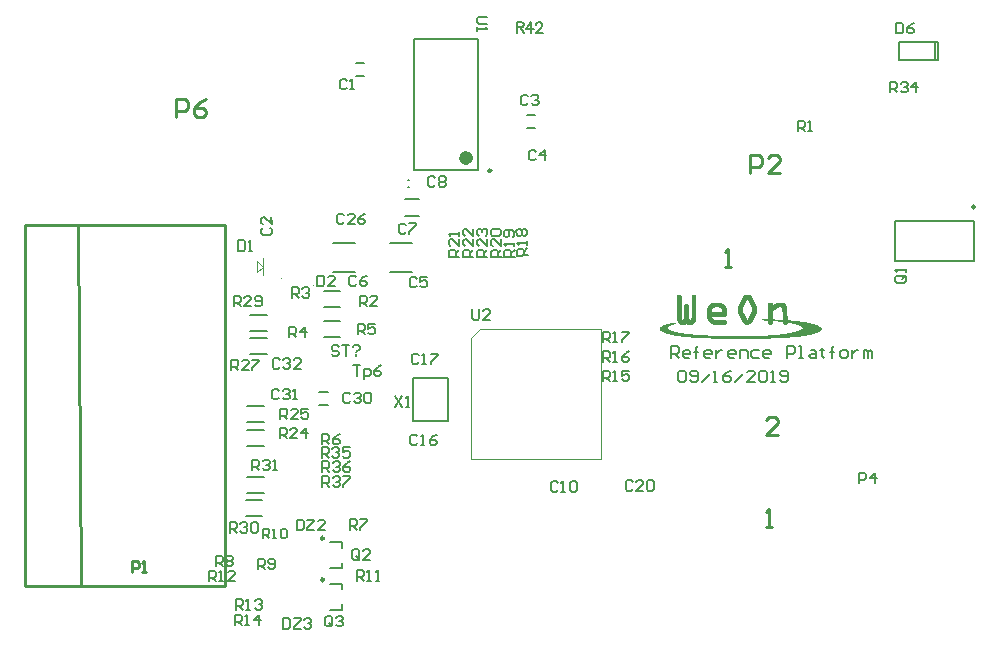
<source format=gto>
G04*
G04 #@! TF.GenerationSoftware,Altium Limited,Altium Designer,19.0.4 (130)*
G04*
G04 Layer_Color=65535*
%FSLAX25Y25*%
%MOIN*%
G70*
G01*
G75*
%ADD10C,0.00984*%
%ADD11C,0.02362*%
%ADD12C,0.00394*%
%ADD13C,0.00787*%
%ADD14C,0.00030*%
%ADD15C,0.01000*%
%ADD16C,0.00700*%
%ADD17C,0.00606*%
%ADD18C,0.00600*%
D10*
X124213Y44291D02*
G03*
X124213Y44291I-492J0D01*
G01*
X124251Y30512D02*
G03*
X124251Y30512I-492J0D01*
G01*
X179960Y166831D02*
G03*
X179960Y166831I-492J0D01*
G01*
X341240Y154724D02*
G03*
X341240Y154724I-492J0D01*
G01*
D11*
X172775Y171063D02*
G03*
X172775Y171063I-1181J0D01*
G01*
D12*
X110138Y130905D02*
G03*
X110138Y130905I-197J0D01*
G01*
X120728Y128421D02*
G03*
X120728Y128421I-197J0D01*
G01*
X104035Y132087D02*
Y137598D01*
X102067Y132874D02*
X104035Y134843D01*
X102067Y132874D02*
Y136811D01*
X104035Y134843D01*
X173228Y111024D02*
X176378Y114173D01*
X173228Y70866D02*
Y111024D01*
Y70866D02*
X216535D01*
Y114173D01*
X176378D02*
X216535D01*
D13*
X122676Y92913D02*
X125432D01*
X122676Y88583D02*
X125432D01*
X134881Y202658D02*
X137637D01*
X134881Y198327D02*
X137637D01*
X130217Y34252D02*
Y36024D01*
X126279Y34252D02*
X130217D01*
Y41142D02*
Y42913D01*
X126279D02*
X130217D01*
X130255Y20472D02*
Y22244D01*
X126318Y20472D02*
X130255D01*
Y27362D02*
Y29134D01*
X126318D02*
X130255D01*
X98134Y51842D02*
X103646D01*
X98134Y57157D02*
X103646D01*
X98622Y64665D02*
X104134D01*
X98622Y59350D02*
X104134D01*
X98622Y75098D02*
X104134D01*
X98622Y80413D02*
X104134D01*
X98622Y88287D02*
X104134D01*
X98622Y82972D02*
X104134D01*
X99606Y105610D02*
X105118D01*
X99606Y110925D02*
X105118D01*
X99606Y118799D02*
X105118D01*
X99606Y113484D02*
X105118D01*
X124213Y121358D02*
X129724D01*
X124213Y126673D02*
X129724D01*
X124213Y116831D02*
X129724D01*
X124213Y111516D02*
X129724D01*
X127204Y132972D02*
X134684D01*
X127204Y142618D02*
X134684D01*
X146200Y142618D02*
X153680D01*
X146200Y132973D02*
X153680D01*
X152165Y163779D02*
X152559D01*
X152165Y161417D02*
X152559D01*
X151181Y151578D02*
X155905D01*
X151181Y157287D02*
X155905D01*
X191929Y180905D02*
X194685D01*
X191929Y185236D02*
X194685D01*
X154271Y210827D02*
X175531D01*
X154271Y167126D02*
X175531D01*
X154271D02*
Y210827D01*
X175531Y167126D02*
Y210827D01*
X314567Y136614D02*
Y150000D01*
X340945Y136614D02*
Y150000D01*
X314567Y136614D02*
X340945D01*
X314567Y150000D02*
X340945D01*
X328850Y203693D02*
Y209693D01*
X327850Y203693D02*
Y209693D01*
X315850Y203693D02*
X328850D01*
X315850D02*
Y209693D01*
X328850D01*
X153975Y97736D02*
X165589D01*
X153975Y83366D02*
Y97736D01*
X165589Y83366D02*
Y97736D01*
X153975Y83366D02*
X165589D01*
D14*
X242344Y125460D02*
X242645D01*
X247265D02*
X247565D01*
X264995D02*
X265475D01*
X242254Y125430D02*
X242735D01*
X247175D02*
X247655D01*
X264814D02*
X265654D01*
X242195Y125400D02*
X242794D01*
X247114D02*
X247714D01*
X264694D02*
X265744D01*
X242134Y125370D02*
X242854D01*
X247055D02*
X247775D01*
X264634D02*
X265834D01*
X242105Y125340D02*
X242884D01*
X247024D02*
X247804D01*
X264545D02*
X265925D01*
X242074Y125310D02*
X242915D01*
X246994D02*
X247834D01*
X264485D02*
X265985D01*
X242044Y125280D02*
X242945D01*
X246965D02*
X247865D01*
X264424D02*
X266015D01*
X242015Y125250D02*
X242974D01*
X246935D02*
X247895D01*
X264394D02*
X266074D01*
X241985Y125220D02*
X243004D01*
X246904D02*
X247924D01*
X264335D02*
X266105D01*
X241954Y125190D02*
X243004D01*
X246904D02*
X247924D01*
X264304D02*
X266164D01*
X241954Y125160D02*
X243035D01*
X246874D02*
X247955D01*
X264275D02*
X266195D01*
X241925Y125130D02*
X243035D01*
X246874D02*
X247985D01*
X264245D02*
X266225D01*
X241925Y125100D02*
X243064D01*
X246845D02*
X247985D01*
X264214D02*
X266254D01*
X241925Y125070D02*
X243064D01*
X246845D02*
X247985D01*
X264184D02*
X266284D01*
X241895Y125040D02*
X243094D01*
X246814D02*
X248014D01*
X264155D02*
X266315D01*
X241895Y125010D02*
X243094D01*
X246814D02*
X248014D01*
X264124D02*
X266344D01*
X241895Y124980D02*
X243094D01*
X246814D02*
X248014D01*
X264094D02*
X266374D01*
X241895Y124950D02*
X243094D01*
X246814D02*
X248014D01*
X264065D02*
X266405D01*
X241864Y124920D02*
X243125D01*
X246784D02*
X248044D01*
X264035D02*
X266435D01*
X241864Y124890D02*
X243125D01*
X246784D02*
X248044D01*
X264004D02*
X266464D01*
X241864Y124860D02*
X243125D01*
X246784D02*
X248044D01*
X264004D02*
X266464D01*
X241864Y124830D02*
X243125D01*
X246784D02*
X248044D01*
X263974D02*
X266494D01*
X241864Y124800D02*
X243125D01*
X246784D02*
X248044D01*
X263945D02*
X266525D01*
X241864Y124770D02*
X243125D01*
X246784D02*
X248044D01*
X263914D02*
X266525D01*
X241864Y124740D02*
X243125D01*
X246784D02*
X248044D01*
X263914D02*
X266554D01*
X241864Y124710D02*
X243125D01*
X246784D02*
X248044D01*
X263884D02*
X266584D01*
X241864Y124680D02*
X243125D01*
X246784D02*
X248044D01*
X263855D02*
X266584D01*
X241864Y124650D02*
X243125D01*
X246784D02*
X248044D01*
X263855D02*
X266615D01*
X241864Y124620D02*
X243125D01*
X246784D02*
X248044D01*
X263825D02*
X266645D01*
X241864Y124590D02*
X243125D01*
X246784D02*
X248044D01*
X263825D02*
X266645D01*
X241864Y124560D02*
X243125D01*
X246784D02*
X248044D01*
X263794D02*
X266674D01*
X241864Y124530D02*
X243125D01*
X246784D02*
X248044D01*
X263765D02*
X266674D01*
X241864Y124500D02*
X243125D01*
X246784D02*
X248044D01*
X263765D02*
X266705D01*
X241864Y124470D02*
X243125D01*
X246784D02*
X248044D01*
X263735D02*
X266735D01*
X241864Y124440D02*
X243125D01*
X246784D02*
X248044D01*
X263735D02*
X266735D01*
X241864Y124410D02*
X243125D01*
X246784D02*
X248044D01*
X263704D02*
X266764D01*
X241864Y124380D02*
X243125D01*
X246784D02*
X248044D01*
X263704D02*
X266764D01*
X241864Y124350D02*
X243125D01*
X246784D02*
X248044D01*
X263674D02*
X266794D01*
X241864Y124320D02*
X243125D01*
X246784D02*
X248044D01*
X263674D02*
X266794D01*
X241864Y124290D02*
X243125D01*
X246784D02*
X248044D01*
X263645D02*
X266825D01*
X241864Y124260D02*
X243125D01*
X246784D02*
X248044D01*
X263645D02*
X266825D01*
X241864Y124230D02*
X243125D01*
X246784D02*
X248044D01*
X263615D02*
X266855D01*
X241864Y124200D02*
X243125D01*
X246784D02*
X248044D01*
X263615D02*
X265144D01*
X265354D02*
X266855D01*
X241864Y124170D02*
X243125D01*
X246784D02*
X248044D01*
X263584D02*
X265085D01*
X265415D02*
X266884D01*
X241864Y124140D02*
X243125D01*
X246784D02*
X248044D01*
X263584D02*
X265024D01*
X265444D02*
X266884D01*
X241864Y124110D02*
X243125D01*
X246784D02*
X248044D01*
X263555D02*
X264995D01*
X265475D02*
X266915D01*
X241864Y124080D02*
X243125D01*
X246784D02*
X248044D01*
X263555D02*
X264965D01*
X265505D02*
X266915D01*
X241864Y124050D02*
X243125D01*
X246784D02*
X248044D01*
X263525D02*
X264934D01*
X265505D02*
X266945D01*
X241864Y124020D02*
X243125D01*
X246784D02*
X248044D01*
X263525D02*
X264904D01*
X265534D02*
X266945D01*
X241864Y123990D02*
X243125D01*
X246784D02*
X248044D01*
X263494D02*
X264904D01*
X265564D02*
X266974D01*
X241864Y123960D02*
X243125D01*
X246784D02*
X248044D01*
X263494D02*
X264875D01*
X265564D02*
X266974D01*
X241864Y123930D02*
X243125D01*
X246784D02*
X248044D01*
X263464D02*
X264875D01*
X265595D02*
X267004D01*
X241864Y123900D02*
X243125D01*
X246784D02*
X248044D01*
X263464D02*
X264844D01*
X265595D02*
X267004D01*
X241864Y123870D02*
X243125D01*
X246784D02*
X248044D01*
X263435D02*
X264844D01*
X265624D02*
X267035D01*
X241864Y123840D02*
X243125D01*
X246784D02*
X248044D01*
X263435D02*
X264814D01*
X265624D02*
X267035D01*
X241864Y123810D02*
X243125D01*
X246784D02*
X248044D01*
X263404D02*
X264814D01*
X265654D02*
X267064D01*
X241864Y123780D02*
X243125D01*
X246784D02*
X248044D01*
X263404D02*
X264785D01*
X265654D02*
X267064D01*
X241864Y123750D02*
X243125D01*
X246784D02*
X248044D01*
X263374D02*
X264785D01*
X265685D02*
X267094D01*
X241864Y123720D02*
X243125D01*
X246784D02*
X248044D01*
X263374D02*
X264755D01*
X265685D02*
X267094D01*
X241864Y123690D02*
X243125D01*
X246784D02*
X248044D01*
X263345D02*
X264755D01*
X265715D02*
X267125D01*
X241864Y123660D02*
X243125D01*
X246784D02*
X248044D01*
X263345D02*
X264724D01*
X265715D02*
X267125D01*
X241864Y123630D02*
X243125D01*
X246784D02*
X248044D01*
X263315D02*
X264724D01*
X265744D02*
X267155D01*
X241864Y123600D02*
X243125D01*
X246784D02*
X248044D01*
X263315D02*
X264694D01*
X265744D02*
X267155D01*
X241864Y123570D02*
X243125D01*
X246784D02*
X248044D01*
X263284D02*
X264694D01*
X265774D02*
X267184D01*
X241864Y123540D02*
X243125D01*
X246784D02*
X248044D01*
X263284D02*
X264665D01*
X265774D02*
X267184D01*
X241864Y123510D02*
X243125D01*
X246784D02*
X248044D01*
X263254D02*
X264665D01*
X265805D02*
X267214D01*
X241864Y123480D02*
X243125D01*
X246784D02*
X248044D01*
X263254D02*
X264634D01*
X265805D02*
X267214D01*
X241864Y123450D02*
X243125D01*
X246784D02*
X248044D01*
X263225D02*
X264634D01*
X265834D02*
X267245D01*
X241864Y123420D02*
X243125D01*
X246784D02*
X248044D01*
X263225D02*
X264604D01*
X265834D02*
X267245D01*
X241864Y123390D02*
X243125D01*
X246784D02*
X248044D01*
X263194D02*
X264604D01*
X265864D02*
X267274D01*
X241864Y123360D02*
X243125D01*
X246784D02*
X248044D01*
X263194D02*
X264575D01*
X265864D02*
X267274D01*
X241864Y123330D02*
X243125D01*
X246784D02*
X248044D01*
X263164D02*
X264575D01*
X265895D02*
X267304D01*
X241864Y123300D02*
X243125D01*
X246784D02*
X248044D01*
X263164D02*
X264545D01*
X265895D02*
X267304D01*
X241864Y123270D02*
X243125D01*
X246784D02*
X248044D01*
X263135D02*
X264545D01*
X265925D02*
X267335D01*
X241864Y123240D02*
X243125D01*
X246784D02*
X248044D01*
X263135D02*
X264514D01*
X265925D02*
X267335D01*
X241864Y123210D02*
X243125D01*
X246784D02*
X248044D01*
X263105D02*
X264514D01*
X265954D02*
X267365D01*
X241864Y123180D02*
X243125D01*
X246784D02*
X248044D01*
X263105D02*
X264485D01*
X265954D02*
X267365D01*
X241864Y123150D02*
X243125D01*
X246784D02*
X248044D01*
X263074D02*
X264485D01*
X265985D02*
X267394D01*
X241864Y123120D02*
X243125D01*
X246784D02*
X248044D01*
X263074D02*
X264455D01*
X265985D02*
X267394D01*
X241864Y123090D02*
X243125D01*
X246784D02*
X248044D01*
X263045D02*
X264455D01*
X266015D02*
X267425D01*
X241864Y123060D02*
X243125D01*
X246784D02*
X248044D01*
X263015D02*
X264424D01*
X266015D02*
X267455D01*
X241864Y123030D02*
X243125D01*
X246784D02*
X248044D01*
X263015D02*
X264424D01*
X266044D02*
X267455D01*
X241864Y123000D02*
X243125D01*
X246784D02*
X248044D01*
X262984D02*
X264394D01*
X266074D02*
X267484D01*
X241864Y122970D02*
X243125D01*
X246784D02*
X248044D01*
X262984D02*
X264394D01*
X266074D02*
X267484D01*
X241864Y122940D02*
X243125D01*
X246784D02*
X248044D01*
X262954D02*
X264365D01*
X266105D02*
X267514D01*
X241864Y122910D02*
X243125D01*
X246784D02*
X248044D01*
X262954D02*
X264365D01*
X266105D02*
X267514D01*
X241864Y122880D02*
X243125D01*
X246784D02*
X248044D01*
X262925D02*
X264335D01*
X266135D02*
X267545D01*
X241864Y122850D02*
X243125D01*
X246784D02*
X248044D01*
X262925D02*
X264335D01*
X266135D02*
X267545D01*
X241864Y122820D02*
X243125D01*
X246784D02*
X248044D01*
X254165D02*
X255995D01*
X262895D02*
X264304D01*
X266164D02*
X267575D01*
X272795D02*
X273095D01*
X275615D02*
X276725D01*
X241864Y122790D02*
X243125D01*
X246784D02*
X248044D01*
X254014D02*
X256174D01*
X262895D02*
X264304D01*
X266164D02*
X267575D01*
X272705D02*
X273184D01*
X275434D02*
X276905D01*
X241864Y122760D02*
X243125D01*
X246784D02*
X248044D01*
X253894D02*
X256294D01*
X262864D02*
X264275D01*
X266195D02*
X267604D01*
X272644D02*
X273245D01*
X275314D02*
X277055D01*
X241864Y122730D02*
X243125D01*
X246784D02*
X248044D01*
X253804D02*
X256384D01*
X262864D02*
X264275D01*
X266195D02*
X267604D01*
X272585D02*
X273305D01*
X275224D02*
X277145D01*
X241864Y122700D02*
X243125D01*
X246784D02*
X248044D01*
X253714D02*
X256474D01*
X262835D02*
X264245D01*
X266225D02*
X267635D01*
X272554D02*
X273335D01*
X275134D02*
X277235D01*
X241864Y122670D02*
X243125D01*
X246784D02*
X248044D01*
X253655D02*
X256535D01*
X262835D02*
X264245D01*
X266225D02*
X267635D01*
X272524D02*
X273364D01*
X275044D02*
X277294D01*
X241864Y122640D02*
X243125D01*
X246784D02*
X248044D01*
X253594D02*
X256594D01*
X262805D02*
X264214D01*
X266254D02*
X267665D01*
X272495D02*
X273394D01*
X274985D02*
X277355D01*
X241864Y122610D02*
X243125D01*
X246784D02*
X248044D01*
X253535D02*
X256655D01*
X262805D02*
X264184D01*
X266254D02*
X267665D01*
X272464D02*
X273425D01*
X274924D02*
X277414D01*
X241864Y122580D02*
X243125D01*
X246784D02*
X248044D01*
X253474D02*
X256715D01*
X262774D02*
X264184D01*
X266284D02*
X267694D01*
X272434D02*
X273454D01*
X274865D02*
X277474D01*
X241864Y122550D02*
X243125D01*
X246784D02*
X248044D01*
X253415D02*
X256745D01*
X262774D02*
X264155D01*
X266284D02*
X267694D01*
X272405D02*
X273454D01*
X274804D02*
X277504D01*
X241864Y122520D02*
X243125D01*
X246784D02*
X248044D01*
X253384D02*
X256804D01*
X262744D02*
X264155D01*
X266315D02*
X267724D01*
X272405D02*
X273484D01*
X274745D02*
X277565D01*
X241864Y122490D02*
X243125D01*
X246784D02*
X248044D01*
X253325D02*
X256835D01*
X262744D02*
X264124D01*
X266315D02*
X267724D01*
X272375D02*
X273484D01*
X274685D02*
X277594D01*
X241864Y122460D02*
X243125D01*
X246784D02*
X248044D01*
X253294D02*
X256894D01*
X262715D02*
X264124D01*
X266344D02*
X267755D01*
X272375D02*
X273515D01*
X274624D02*
X277625D01*
X241864Y122430D02*
X243125D01*
X246784D02*
X248044D01*
X253264D02*
X256925D01*
X262715D02*
X264094D01*
X266344D02*
X267755D01*
X272375D02*
X273515D01*
X274594D02*
X277684D01*
X241864Y122400D02*
X243125D01*
X246784D02*
X248044D01*
X253204D02*
X256984D01*
X262684D02*
X264094D01*
X266374D02*
X267785D01*
X272344D02*
X273545D01*
X274535D02*
X277714D01*
X241864Y122370D02*
X243125D01*
X246784D02*
X248044D01*
X253174D02*
X257014D01*
X262684D02*
X264065D01*
X266374D02*
X267785D01*
X272344D02*
X273545D01*
X274504D02*
X277745D01*
X241864Y122340D02*
X243125D01*
X246784D02*
X248044D01*
X253145D02*
X257045D01*
X262654D02*
X264065D01*
X266405D02*
X267814D01*
X272344D02*
X273545D01*
X274445D02*
X277775D01*
X241864Y122310D02*
X243125D01*
X246784D02*
X248044D01*
X253115D02*
X257074D01*
X262654D02*
X264035D01*
X266405D02*
X267814D01*
X272344D02*
X273545D01*
X274414D02*
X277804D01*
X241864Y122280D02*
X243125D01*
X244805D02*
X245105D01*
X246784D02*
X248044D01*
X253054D02*
X257135D01*
X262625D02*
X264035D01*
X266435D02*
X267845D01*
X272315D02*
X273574D01*
X274355D02*
X277835D01*
X241864Y122250D02*
X243125D01*
X244714D02*
X245195D01*
X246784D02*
X248044D01*
X253025D02*
X257165D01*
X262625D02*
X264004D01*
X266435D02*
X267845D01*
X272315D02*
X273574D01*
X274324D02*
X277835D01*
X241864Y122220D02*
X243125D01*
X244624D02*
X245254D01*
X246784D02*
X248044D01*
X252994D02*
X257194D01*
X262595D02*
X264004D01*
X266464D02*
X267875D01*
X272315D02*
X273574D01*
X274265D02*
X277865D01*
X241864Y122190D02*
X243125D01*
X244595D02*
X245315D01*
X246784D02*
X248044D01*
X252964D02*
X257224D01*
X262595D02*
X263974D01*
X266464D02*
X267875D01*
X272315D02*
X273574D01*
X274235D02*
X277894D01*
X241864Y122160D02*
X243125D01*
X244565D02*
X245344D01*
X246784D02*
X248044D01*
X252905D02*
X257284D01*
X262564D02*
X263974D01*
X266494D02*
X267904D01*
X272315D02*
X273574D01*
X274174D02*
X277924D01*
X241864Y122130D02*
X243125D01*
X244504D02*
X245374D01*
X246784D02*
X248044D01*
X252874D02*
X257314D01*
X262564D02*
X263945D01*
X266494D02*
X267904D01*
X272315D02*
X273574D01*
X274145D02*
X277924D01*
X241864Y122100D02*
X243125D01*
X244475D02*
X245405D01*
X246784D02*
X248044D01*
X252845D02*
X257345D01*
X262534D02*
X263945D01*
X266525D02*
X267934D01*
X272315D02*
X273574D01*
X274084D02*
X277955D01*
X241864Y122070D02*
X243125D01*
X244475D02*
X245434D01*
X246784D02*
X248044D01*
X252815D02*
X257375D01*
X262534D02*
X263914D01*
X266525D02*
X267934D01*
X272315D02*
X273574D01*
X274055D02*
X277984D01*
X241864Y122040D02*
X243125D01*
X244444D02*
X245464D01*
X246784D02*
X248044D01*
X252754D02*
X257435D01*
X262505D02*
X263914D01*
X266554D02*
X267965D01*
X272315D02*
X273574D01*
X273994D02*
X277984D01*
X241864Y122010D02*
X243125D01*
X244414D02*
X245495D01*
X246784D02*
X248044D01*
X252725D02*
X257465D01*
X262505D02*
X263884D01*
X266554D02*
X267965D01*
X272315D02*
X273574D01*
X273965D02*
X278014D01*
X241864Y121980D02*
X243125D01*
X244414D02*
X245495D01*
X246784D02*
X248044D01*
X252695D02*
X257494D01*
X262474D02*
X263884D01*
X266584D02*
X267994D01*
X272315D02*
X273574D01*
X273904D02*
X278014D01*
X241864Y121950D02*
X243125D01*
X244385D02*
X245525D01*
X246784D02*
X248044D01*
X252635D02*
X257524D01*
X262474D02*
X263855D01*
X266584D02*
X267994D01*
X272315D02*
X273574D01*
X273874D02*
X278045D01*
X241864Y121920D02*
X243125D01*
X244385D02*
X245525D01*
X246784D02*
X248044D01*
X252605D02*
X257585D01*
X262444D02*
X263855D01*
X266615D02*
X268024D01*
X272315D02*
X273574D01*
X273815D02*
X278045D01*
X241864Y121890D02*
X243125D01*
X244355D02*
X245525D01*
X246784D02*
X248044D01*
X252574D02*
X257614D01*
X262444D02*
X263825D01*
X266615D02*
X268024D01*
X272315D02*
X273574D01*
X273784D02*
X278075D01*
X241864Y121860D02*
X243125D01*
X244355D02*
X245554D01*
X246784D02*
X248044D01*
X252544D02*
X257645D01*
X262415D02*
X263825D01*
X266645D02*
X268055D01*
X272315D02*
X273574D01*
X273725D02*
X278075D01*
X241864Y121830D02*
X243125D01*
X244355D02*
X245554D01*
X246784D02*
X248044D01*
X252515D02*
X257675D01*
X262415D02*
X263794D01*
X266645D02*
X268055D01*
X272315D02*
X273574D01*
X273694D02*
X278104D01*
X241864Y121800D02*
X243125D01*
X244355D02*
X245554D01*
X246784D02*
X248044D01*
X252484D02*
X257704D01*
X262385D02*
X263794D01*
X266674D02*
X268085D01*
X272315D02*
X273574D01*
X273664D02*
X278104D01*
X241864Y121770D02*
X243125D01*
X244324D02*
X245585D01*
X246784D02*
X248044D01*
X252454D02*
X257704D01*
X262385D02*
X263765D01*
X266674D02*
X268085D01*
X272315D02*
X273574D01*
X273604D02*
X278104D01*
X241864Y121740D02*
X243125D01*
X244324D02*
X245585D01*
X246784D02*
X248044D01*
X252454D02*
X257734D01*
X262354D02*
X263765D01*
X266705D02*
X268114D01*
X272315D02*
X278134D01*
X241864Y121710D02*
X243125D01*
X244324D02*
X245585D01*
X246784D02*
X248044D01*
X252425D02*
X257765D01*
X262354D02*
X263735D01*
X266735D02*
X268114D01*
X272315D02*
X278134D01*
X241864Y121680D02*
X243125D01*
X244324D02*
X245585D01*
X246784D02*
X248044D01*
X252395D02*
X257794D01*
X262325D02*
X263735D01*
X266735D02*
X268144D01*
X272315D02*
X278165D01*
X241864Y121650D02*
X243125D01*
X244324D02*
X245585D01*
X246784D02*
X248044D01*
X252364D02*
X257824D01*
X262325D02*
X263704D01*
X266764D02*
X268144D01*
X272315D02*
X278165D01*
X241864Y121620D02*
X243125D01*
X244324D02*
X245585D01*
X246784D02*
X248044D01*
X252334D02*
X257824D01*
X262325D02*
X263704D01*
X266764D02*
X268144D01*
X272315D02*
X278165D01*
X241864Y121590D02*
X243125D01*
X244324D02*
X245585D01*
X246784D02*
X248044D01*
X252334D02*
X254285D01*
X255905D02*
X257855D01*
X262295D02*
X263674D01*
X266794D02*
X268175D01*
X272315D02*
X278194D01*
X241864Y121560D02*
X243125D01*
X244324D02*
X245585D01*
X246784D02*
X248044D01*
X252305D02*
X254194D01*
X255995D02*
X257885D01*
X262295D02*
X263674D01*
X266794D02*
X268175D01*
X272315D02*
X275734D01*
X276484D02*
X278194D01*
X241864Y121530D02*
X243125D01*
X244324D02*
X245585D01*
X246784D02*
X248044D01*
X252305D02*
X254134D01*
X256054D02*
X257885D01*
X262264D02*
X263645D01*
X266825D02*
X268175D01*
X272315D02*
X275615D01*
X276574D02*
X278194D01*
X241864Y121500D02*
X243125D01*
X244324D02*
X245585D01*
X246784D02*
X248044D01*
X252274D02*
X254104D01*
X256084D02*
X257914D01*
X262264D02*
X263645D01*
X266825D02*
X268204D01*
X272315D02*
X275524D01*
X276664D02*
X278194D01*
X241864Y121470D02*
X243125D01*
X244324D02*
X245585D01*
X246784D02*
X248044D01*
X252244D02*
X254045D01*
X256144D02*
X257914D01*
X262264D02*
X263615D01*
X266855D02*
X268204D01*
X272315D02*
X275465D01*
X276725D02*
X278224D01*
X241864Y121440D02*
X243125D01*
X244324D02*
X245585D01*
X246784D02*
X248044D01*
X252244D02*
X254014D01*
X256174D02*
X257944D01*
X262264D02*
X263615D01*
X266855D02*
X268204D01*
X272315D02*
X275405D01*
X276754D02*
X278224D01*
X241864Y121410D02*
X243125D01*
X244324D02*
X245585D01*
X246784D02*
X248044D01*
X252215D02*
X253984D01*
X256205D02*
X257975D01*
X262234D02*
X263584D01*
X266884D02*
X268234D01*
X272315D02*
X275344D01*
X276784D02*
X278224D01*
X241864Y121380D02*
X243125D01*
X244324D02*
X245585D01*
X246784D02*
X248044D01*
X252215D02*
X253924D01*
X256235D02*
X257975D01*
X262234D02*
X263584D01*
X266884D02*
X268234D01*
X272315D02*
X275285D01*
X276815D02*
X278224D01*
X241864Y121350D02*
X243125D01*
X244324D02*
X245585D01*
X246784D02*
X248044D01*
X252185D02*
X253894D01*
X256294D02*
X258004D01*
X262234D02*
X263555D01*
X266915D02*
X268234D01*
X272315D02*
X275224D01*
X276845D02*
X278255D01*
X241864Y121320D02*
X243125D01*
X244324D02*
X245585D01*
X246784D02*
X248044D01*
X252185D02*
X253865D01*
X256325D02*
X258004D01*
X262234D02*
X263555D01*
X266915D02*
X268234D01*
X272315D02*
X275165D01*
X276874D02*
X278255D01*
X241864Y121290D02*
X243125D01*
X244324D02*
X245585D01*
X246784D02*
X248044D01*
X252154D02*
X253835D01*
X256354D02*
X258034D01*
X262205D02*
X263525D01*
X266945D02*
X268265D01*
X272315D02*
X275134D01*
X276905D02*
X278255D01*
X241864Y121260D02*
X243125D01*
X244324D02*
X245585D01*
X246784D02*
X248044D01*
X252154D02*
X253804D01*
X256384D02*
X258034D01*
X262205D02*
X263525D01*
X266945D02*
X268265D01*
X272315D02*
X275075D01*
X276905D02*
X278255D01*
X241864Y121230D02*
X243125D01*
X244324D02*
X245585D01*
X246784D02*
X248044D01*
X252154D02*
X253745D01*
X256415D02*
X258034D01*
X262205D02*
X263494D01*
X266974D02*
X268265D01*
X272315D02*
X275014D01*
X276935D02*
X278285D01*
X241864Y121200D02*
X243125D01*
X244324D02*
X245585D01*
X246784D02*
X248044D01*
X252125D02*
X253714D01*
X256474D02*
X258065D01*
X262205D02*
X263494D01*
X266974D02*
X268265D01*
X272315D02*
X274985D01*
X276935D02*
X278285D01*
X241864Y121170D02*
X243125D01*
X244324D02*
X245585D01*
X246784D02*
X248044D01*
X252125D02*
X253684D01*
X256505D02*
X258065D01*
X262205D02*
X263494D01*
X266974D02*
X268265D01*
X272315D02*
X274924D01*
X276964D02*
X278285D01*
X241864Y121140D02*
X243125D01*
X244324D02*
X245585D01*
X246784D02*
X248044D01*
X252095D02*
X253655D01*
X256535D02*
X258095D01*
X262175D02*
X263464D01*
X267004D02*
X268295D01*
X272315D02*
X274894D01*
X276964D02*
X278285D01*
X241864Y121110D02*
X243125D01*
X244324D02*
X245585D01*
X246784D02*
X248044D01*
X252095D02*
X253625D01*
X256564D02*
X258095D01*
X262175D02*
X263464D01*
X267004D02*
X268295D01*
X272315D02*
X274834D01*
X276994D02*
X278285D01*
X241864Y121080D02*
X243125D01*
X244324D02*
X245585D01*
X246784D02*
X248044D01*
X252095D02*
X253594D01*
X256594D02*
X258095D01*
X262175D02*
X263464D01*
X267004D02*
X268295D01*
X272315D02*
X274804D01*
X276994D02*
X278285D01*
X241864Y121050D02*
X243125D01*
X244324D02*
X245585D01*
X246784D02*
X248044D01*
X252064D02*
X253535D01*
X256655D02*
X258095D01*
X262175D02*
X263464D01*
X267004D02*
X268295D01*
X272315D02*
X274745D01*
X276994D02*
X278314D01*
X241864Y121020D02*
X243125D01*
X244324D02*
X245585D01*
X246784D02*
X248044D01*
X252064D02*
X253504D01*
X256684D02*
X258124D01*
X262175D02*
X263435D01*
X267035D02*
X268295D01*
X272315D02*
X274714D01*
X277025D02*
X278314D01*
X241864Y120990D02*
X243125D01*
X244324D02*
X245585D01*
X246784D02*
X248044D01*
X252064D02*
X253474D01*
X256715D02*
X258124D01*
X262175D02*
X263435D01*
X267035D02*
X268295D01*
X272315D02*
X274655D01*
X277025D02*
X278314D01*
X241864Y120960D02*
X243125D01*
X244324D02*
X245585D01*
X246784D02*
X248044D01*
X252064D02*
X253445D01*
X256745D02*
X258124D01*
X262175D02*
X263435D01*
X267035D02*
X268295D01*
X272315D02*
X274624D01*
X277025D02*
X278314D01*
X241864Y120930D02*
X243125D01*
X244324D02*
X245585D01*
X246784D02*
X248044D01*
X252034D02*
X253415D01*
X256774D02*
X258155D01*
X262144D02*
X263435D01*
X267035D02*
X268324D01*
X272315D02*
X274565D01*
X277025D02*
X278314D01*
X241864Y120900D02*
X243125D01*
X244324D02*
X245585D01*
X246784D02*
X248044D01*
X252034D02*
X253384D01*
X256804D02*
X258155D01*
X262144D02*
X263435D01*
X267035D02*
X268324D01*
X272315D02*
X274535D01*
X277055D02*
X278314D01*
X241864Y120870D02*
X243125D01*
X244324D02*
X245585D01*
X246784D02*
X248044D01*
X252034D02*
X253355D01*
X256835D02*
X258155D01*
X262144D02*
X263435D01*
X267035D02*
X268324D01*
X272315D02*
X274475D01*
X277055D02*
X278314D01*
X241864Y120840D02*
X243125D01*
X244324D02*
X245585D01*
X246784D02*
X248044D01*
X252034D02*
X253355D01*
X256835D02*
X258155D01*
X262144D02*
X263404D01*
X267064D02*
X268324D01*
X272315D02*
X274445D01*
X277055D02*
X278314D01*
X241864Y120810D02*
X243125D01*
X244324D02*
X245585D01*
X246784D02*
X248044D01*
X252034D02*
X253325D01*
X256865D02*
X258155D01*
X262144D02*
X263404D01*
X267064D02*
X268324D01*
X272315D02*
X274384D01*
X277055D02*
X278314D01*
X241864Y120780D02*
X243125D01*
X244324D02*
X245585D01*
X246784D02*
X248044D01*
X252034D02*
X253325D01*
X256865D02*
X258155D01*
X262144D02*
X263404D01*
X267064D02*
X268324D01*
X272315D02*
X274355D01*
X277055D02*
X278314D01*
X241864Y120750D02*
X243125D01*
X244324D02*
X245585D01*
X246784D02*
X248044D01*
X252005D02*
X253294D01*
X256894D02*
X258185D01*
X262144D02*
X263404D01*
X267064D02*
X268324D01*
X272315D02*
X274294D01*
X277055D02*
X278344D01*
X241864Y120720D02*
X243125D01*
X244324D02*
X245585D01*
X246784D02*
X248044D01*
X252005D02*
X253294D01*
X256894D02*
X258185D01*
X262144D02*
X263404D01*
X267064D02*
X268324D01*
X272315D02*
X274265D01*
X277084D02*
X278344D01*
X241864Y120690D02*
X243125D01*
X244324D02*
X245585D01*
X246784D02*
X248044D01*
X252005D02*
X253294D01*
X256894D02*
X258185D01*
X262144D02*
X263404D01*
X267064D02*
X268324D01*
X272315D02*
X274204D01*
X277084D02*
X278344D01*
X241864Y120660D02*
X243125D01*
X244324D02*
X245585D01*
X246784D02*
X248044D01*
X252005D02*
X253264D01*
X256925D02*
X258185D01*
X262144D02*
X263404D01*
X267064D02*
X268324D01*
X272315D02*
X274174D01*
X277084D02*
X278344D01*
X241864Y120630D02*
X243125D01*
X244324D02*
X245585D01*
X246784D02*
X248044D01*
X252005D02*
X253264D01*
X256925D02*
X258185D01*
X262144D02*
X263404D01*
X267064D02*
X268324D01*
X272315D02*
X274114D01*
X277084D02*
X278344D01*
X241864Y120600D02*
X243125D01*
X244324D02*
X245585D01*
X246784D02*
X248044D01*
X252005D02*
X253264D01*
X256925D02*
X258185D01*
X262144D02*
X263404D01*
X267064D02*
X268324D01*
X272315D02*
X274084D01*
X277084D02*
X278344D01*
X241864Y120570D02*
X243125D01*
X244324D02*
X245585D01*
X246784D02*
X248044D01*
X252005D02*
X253264D01*
X256925D02*
X258185D01*
X262144D02*
X263404D01*
X267064D02*
X268324D01*
X272315D02*
X274025D01*
X277084D02*
X278344D01*
X241864Y120540D02*
X243125D01*
X244324D02*
X245585D01*
X246784D02*
X248044D01*
X252005D02*
X253264D01*
X256925D02*
X258185D01*
X262144D02*
X263404D01*
X267064D02*
X268324D01*
X272315D02*
X273994D01*
X277084D02*
X278344D01*
X241864Y120510D02*
X243125D01*
X244324D02*
X245585D01*
X246784D02*
X248044D01*
X252005D02*
X253264D01*
X256925D02*
X258185D01*
X262144D02*
X263404D01*
X267064D02*
X268324D01*
X272315D02*
X273935D01*
X277084D02*
X278344D01*
X241864Y120480D02*
X243125D01*
X244324D02*
X245585D01*
X246784D02*
X248044D01*
X252005D02*
X253264D01*
X256925D02*
X258185D01*
X262144D02*
X263404D01*
X267064D02*
X268324D01*
X272315D02*
X273904D01*
X277084D02*
X278344D01*
X241864Y120450D02*
X243125D01*
X244324D02*
X245585D01*
X246784D02*
X248044D01*
X252005D02*
X253264D01*
X256925D02*
X258185D01*
X262144D02*
X263404D01*
X267064D02*
X268324D01*
X272315D02*
X273845D01*
X277084D02*
X278344D01*
X241864Y120420D02*
X243125D01*
X244324D02*
X245585D01*
X246784D02*
X248044D01*
X252005D02*
X253264D01*
X256925D02*
X258185D01*
X262144D02*
X263404D01*
X267064D02*
X268324D01*
X272315D02*
X273815D01*
X277084D02*
X278344D01*
X241864Y120390D02*
X243125D01*
X244324D02*
X245585D01*
X246784D02*
X248044D01*
X252005D02*
X253264D01*
X256925D02*
X258185D01*
X262144D02*
X263435D01*
X267035D02*
X268324D01*
X272315D02*
X273755D01*
X277084D02*
X278344D01*
X241864Y120360D02*
X243125D01*
X244324D02*
X245585D01*
X246784D02*
X248044D01*
X252005D02*
X253264D01*
X256925D02*
X258185D01*
X262144D02*
X263435D01*
X267035D02*
X268324D01*
X272315D02*
X273725D01*
X277084D02*
X278344D01*
X241864Y120330D02*
X243125D01*
X244324D02*
X245585D01*
X246784D02*
X248044D01*
X252005D02*
X253264D01*
X256925D02*
X258185D01*
X262144D02*
X263435D01*
X267035D02*
X268324D01*
X272315D02*
X273664D01*
X277084D02*
X278344D01*
X241864Y120300D02*
X243125D01*
X244324D02*
X245585D01*
X246784D02*
X248044D01*
X252005D02*
X253264D01*
X256925D02*
X258185D01*
X262175D02*
X263435D01*
X267035D02*
X268295D01*
X272315D02*
X273635D01*
X277084D02*
X278344D01*
X241864Y120270D02*
X243125D01*
X244324D02*
X245585D01*
X246784D02*
X248044D01*
X252005D02*
X253264D01*
X256925D02*
X258185D01*
X262175D02*
X263435D01*
X267035D02*
X268295D01*
X272315D02*
X273574D01*
X277084D02*
X278344D01*
X241864Y120240D02*
X243125D01*
X244324D02*
X245585D01*
X246784D02*
X248044D01*
X252005D02*
X253264D01*
X256925D02*
X258185D01*
X262175D02*
X263435D01*
X267004D02*
X268295D01*
X272315D02*
X273574D01*
X277084D02*
X278344D01*
X241864Y120210D02*
X243125D01*
X244324D02*
X245585D01*
X246784D02*
X248044D01*
X252005D02*
X253264D01*
X256925D02*
X258185D01*
X262175D02*
X263464D01*
X267004D02*
X268295D01*
X272315D02*
X273574D01*
X277084D02*
X278344D01*
X241864Y120180D02*
X243125D01*
X244324D02*
X245585D01*
X246784D02*
X248044D01*
X252005D02*
X253264D01*
X256925D02*
X258185D01*
X262175D02*
X263464D01*
X267004D02*
X268295D01*
X272315D02*
X273574D01*
X277084D02*
X278344D01*
X241864Y120150D02*
X243125D01*
X244324D02*
X245585D01*
X246784D02*
X248044D01*
X252005D02*
X253264D01*
X256925D02*
X258185D01*
X262175D02*
X263464D01*
X267004D02*
X268295D01*
X272315D02*
X273574D01*
X277084D02*
X278344D01*
X241864Y120120D02*
X243125D01*
X244324D02*
X245585D01*
X246784D02*
X248044D01*
X252005D02*
X253264D01*
X256925D02*
X258185D01*
X262175D02*
X263464D01*
X266974D02*
X268295D01*
X272315D02*
X273574D01*
X277115D02*
X278344D01*
X241864Y120090D02*
X243125D01*
X244324D02*
X245585D01*
X246784D02*
X248044D01*
X252005D02*
X253264D01*
X256925D02*
X258185D01*
X262205D02*
X263494D01*
X266974D02*
X268265D01*
X272315D02*
X273574D01*
X277115D02*
X278375D01*
X241864Y120060D02*
X243125D01*
X244324D02*
X245585D01*
X246784D02*
X248044D01*
X252005D02*
X253264D01*
X256925D02*
X258185D01*
X262205D02*
X263494D01*
X266974D02*
X268265D01*
X272315D02*
X273574D01*
X277115D02*
X278375D01*
X241864Y120030D02*
X243125D01*
X244324D02*
X245585D01*
X246784D02*
X248044D01*
X252005D02*
X253264D01*
X256925D02*
X258185D01*
X262205D02*
X263494D01*
X266945D02*
X268265D01*
X272315D02*
X273574D01*
X277115D02*
X278375D01*
X241864Y120000D02*
X243125D01*
X244324D02*
X245585D01*
X246784D02*
X248044D01*
X252005D02*
X253264D01*
X256925D02*
X258185D01*
X262205D02*
X263525D01*
X266945D02*
X268265D01*
X272315D02*
X273574D01*
X277115D02*
X278375D01*
X241864Y119970D02*
X243125D01*
X244324D02*
X245585D01*
X246784D02*
X248044D01*
X252005D02*
X253264D01*
X256925D02*
X258185D01*
X262205D02*
X263525D01*
X266945D02*
X268265D01*
X272315D02*
X273574D01*
X277115D02*
X278375D01*
X241864Y119940D02*
X243125D01*
X244324D02*
X245585D01*
X246784D02*
X248044D01*
X252005D02*
X253264D01*
X256925D02*
X258185D01*
X262234D02*
X263555D01*
X266915D02*
X268234D01*
X272315D02*
X273574D01*
X277115D02*
X278375D01*
X241864Y119910D02*
X243125D01*
X244324D02*
X245585D01*
X246784D02*
X248044D01*
X252005D02*
X253264D01*
X256925D02*
X258185D01*
X262234D02*
X263555D01*
X266915D02*
X268234D01*
X272315D02*
X273574D01*
X277115D02*
X278375D01*
X241864Y119880D02*
X243125D01*
X244324D02*
X245585D01*
X246784D02*
X248044D01*
X252005D02*
X253264D01*
X256925D02*
X258185D01*
X262234D02*
X263584D01*
X266884D02*
X268234D01*
X272315D02*
X273574D01*
X277115D02*
X278375D01*
X241864Y119850D02*
X243125D01*
X244324D02*
X245585D01*
X246784D02*
X248044D01*
X252005D02*
X253264D01*
X256925D02*
X258185D01*
X262234D02*
X263584D01*
X266884D02*
X268234D01*
X272315D02*
X273574D01*
X277115D02*
X278375D01*
X241864Y119820D02*
X243125D01*
X244324D02*
X245585D01*
X246784D02*
X248044D01*
X252005D02*
X253264D01*
X256925D02*
X258185D01*
X262264D02*
X263615D01*
X266855D02*
X268204D01*
X272315D02*
X273574D01*
X277115D02*
X278375D01*
X241864Y119790D02*
X243125D01*
X244324D02*
X245585D01*
X246784D02*
X248044D01*
X252005D02*
X253264D01*
X256925D02*
X258185D01*
X262264D02*
X263615D01*
X266855D02*
X268204D01*
X272315D02*
X273574D01*
X277115D02*
X278375D01*
X241864Y119760D02*
X243125D01*
X244324D02*
X245585D01*
X246784D02*
X248044D01*
X252005D02*
X253264D01*
X256925D02*
X258185D01*
X262264D02*
X263645D01*
X266825D02*
X268204D01*
X272315D02*
X273574D01*
X277115D02*
X278375D01*
X241864Y119730D02*
X243125D01*
X244324D02*
X245585D01*
X246784D02*
X248044D01*
X252005D02*
X253264D01*
X256925D02*
X258185D01*
X262295D02*
X263645D01*
X266825D02*
X268175D01*
X272315D02*
X273574D01*
X277115D02*
X278375D01*
X241864Y119700D02*
X243125D01*
X244324D02*
X245585D01*
X246784D02*
X248044D01*
X252005D02*
X253264D01*
X256925D02*
X258185D01*
X262295D02*
X263674D01*
X266794D02*
X268175D01*
X272315D02*
X273574D01*
X277115D02*
X278375D01*
X241864Y119670D02*
X243125D01*
X244324D02*
X245585D01*
X246784D02*
X248044D01*
X252005D02*
X258185D01*
X262295D02*
X263674D01*
X266794D02*
X268175D01*
X272315D02*
X273574D01*
X277115D02*
X278375D01*
X241864Y119640D02*
X243125D01*
X244324D02*
X245585D01*
X246784D02*
X248044D01*
X252005D02*
X258185D01*
X262325D02*
X263704D01*
X266764D02*
X268144D01*
X272315D02*
X273574D01*
X277115D02*
X278375D01*
X241864Y119610D02*
X243125D01*
X244324D02*
X245585D01*
X246784D02*
X248044D01*
X252005D02*
X258185D01*
X262325D02*
X263704D01*
X266764D02*
X268144D01*
X272315D02*
X273574D01*
X277115D02*
X278375D01*
X241864Y119580D02*
X243125D01*
X244324D02*
X245585D01*
X246784D02*
X248044D01*
X252005D02*
X258185D01*
X262325D02*
X263735D01*
X266735D02*
X268144D01*
X272315D02*
X273574D01*
X277115D02*
X278375D01*
X241864Y119550D02*
X243125D01*
X244324D02*
X245585D01*
X246784D02*
X248044D01*
X252005D02*
X258185D01*
X262354D02*
X263735D01*
X266735D02*
X268114D01*
X272315D02*
X273574D01*
X277115D02*
X278375D01*
X241864Y119520D02*
X243125D01*
X244324D02*
X245585D01*
X246784D02*
X248044D01*
X252005D02*
X258185D01*
X262354D02*
X263765D01*
X266705D02*
X268114D01*
X272315D02*
X273574D01*
X277115D02*
X278375D01*
X241864Y119490D02*
X243125D01*
X244324D02*
X245585D01*
X246784D02*
X248044D01*
X252005D02*
X258185D01*
X262385D02*
X263765D01*
X266705D02*
X268085D01*
X272315D02*
X273574D01*
X277115D02*
X278375D01*
X241864Y119460D02*
X243125D01*
X244324D02*
X245585D01*
X246784D02*
X248044D01*
X252005D02*
X258185D01*
X262385D02*
X263794D01*
X266674D02*
X268085D01*
X272315D02*
X273574D01*
X277115D02*
X278375D01*
X241864Y119430D02*
X243125D01*
X244324D02*
X245585D01*
X246784D02*
X248044D01*
X252005D02*
X258185D01*
X262415D02*
X263794D01*
X266674D02*
X268055D01*
X272315D02*
X273574D01*
X277115D02*
X278375D01*
X241864Y119400D02*
X243125D01*
X244324D02*
X245585D01*
X246784D02*
X248044D01*
X252005D02*
X258185D01*
X262415D02*
X263825D01*
X266645D02*
X268055D01*
X272315D02*
X273574D01*
X277115D02*
X278375D01*
X241864Y119370D02*
X243125D01*
X244324D02*
X245585D01*
X246784D02*
X248044D01*
X252005D02*
X258185D01*
X262444D02*
X263825D01*
X266645D02*
X268024D01*
X272315D02*
X273574D01*
X277115D02*
X278375D01*
X241864Y119340D02*
X243125D01*
X244324D02*
X245585D01*
X246784D02*
X248044D01*
X252005D02*
X258185D01*
X262444D02*
X263855D01*
X266615D02*
X268024D01*
X272315D02*
X273574D01*
X277115D02*
X278375D01*
X241864Y119310D02*
X243125D01*
X244324D02*
X245585D01*
X246784D02*
X248044D01*
X252005D02*
X258185D01*
X262474D02*
X263884D01*
X266615D02*
X267994D01*
X272315D02*
X273574D01*
X277145D02*
X278375D01*
X241864Y119280D02*
X243125D01*
X244324D02*
X245585D01*
X246784D02*
X248044D01*
X252005D02*
X258185D01*
X262474D02*
X263884D01*
X266584D02*
X267994D01*
X272315D02*
X273574D01*
X277145D02*
X278404D01*
X241864Y119250D02*
X243125D01*
X244324D02*
X245585D01*
X246784D02*
X248044D01*
X252005D02*
X258185D01*
X262505D02*
X263914D01*
X266584D02*
X267965D01*
X272315D02*
X273574D01*
X277145D02*
X278404D01*
X241864Y119220D02*
X243125D01*
X244324D02*
X245585D01*
X246784D02*
X248044D01*
X252005D02*
X258185D01*
X262505D02*
X263914D01*
X266554D02*
X267965D01*
X272315D02*
X273574D01*
X277145D02*
X278404D01*
X241864Y119190D02*
X243125D01*
X244324D02*
X245585D01*
X246784D02*
X248044D01*
X252005D02*
X258185D01*
X262534D02*
X263945D01*
X266554D02*
X267934D01*
X272315D02*
X273574D01*
X277145D02*
X278404D01*
X241864Y119160D02*
X243125D01*
X244324D02*
X245585D01*
X246784D02*
X248044D01*
X252005D02*
X258185D01*
X262534D02*
X263945D01*
X266525D02*
X267934D01*
X272315D02*
X273574D01*
X277145D02*
X278404D01*
X241864Y119130D02*
X243125D01*
X244324D02*
X245585D01*
X246784D02*
X248044D01*
X252005D02*
X258185D01*
X262564D02*
X263974D01*
X266494D02*
X267904D01*
X272315D02*
X273574D01*
X277145D02*
X278404D01*
X241864Y119100D02*
X243125D01*
X244324D02*
X245585D01*
X246784D02*
X248044D01*
X252005D02*
X258185D01*
X262564D02*
X263974D01*
X266494D02*
X267904D01*
X272315D02*
X273574D01*
X277145D02*
X278404D01*
X241864Y119070D02*
X243125D01*
X244324D02*
X245585D01*
X246784D02*
X248044D01*
X252005D02*
X258185D01*
X262595D02*
X264004D01*
X266464D02*
X267875D01*
X272315D02*
X273574D01*
X277145D02*
X278404D01*
X241864Y119040D02*
X243125D01*
X244324D02*
X245585D01*
X246784D02*
X248044D01*
X252005D02*
X258185D01*
X262595D02*
X264004D01*
X266464D02*
X267875D01*
X272315D02*
X273574D01*
X277145D02*
X278404D01*
X241864Y119010D02*
X243125D01*
X244324D02*
X245585D01*
X246784D02*
X248044D01*
X252005D02*
X258185D01*
X262625D02*
X264035D01*
X266435D02*
X267845D01*
X272315D02*
X273574D01*
X277145D02*
X278404D01*
X241864Y118980D02*
X243125D01*
X244324D02*
X245585D01*
X246784D02*
X248044D01*
X252005D02*
X258185D01*
X262625D02*
X264035D01*
X266435D02*
X267845D01*
X272315D02*
X273574D01*
X277145D02*
X278404D01*
X241864Y118950D02*
X243125D01*
X244324D02*
X245585D01*
X246784D02*
X248044D01*
X252005D02*
X258185D01*
X262654D02*
X264065D01*
X266405D02*
X267814D01*
X272315D02*
X273574D01*
X277145D02*
X278404D01*
X241864Y118920D02*
X243125D01*
X244324D02*
X245585D01*
X246784D02*
X248044D01*
X252005D02*
X258185D01*
X262654D02*
X264065D01*
X266405D02*
X267814D01*
X272315D02*
X273574D01*
X277145D02*
X278404D01*
X241864Y118890D02*
X243125D01*
X244324D02*
X245585D01*
X246784D02*
X248044D01*
X252005D02*
X258185D01*
X262684D02*
X264094D01*
X266374D02*
X267785D01*
X272315D02*
X273574D01*
X277145D02*
X278404D01*
X241864Y118860D02*
X243125D01*
X244324D02*
X245585D01*
X246784D02*
X248044D01*
X252005D02*
X258155D01*
X262684D02*
X264094D01*
X266374D02*
X267785D01*
X272315D02*
X273574D01*
X277145D02*
X278404D01*
X241864Y118830D02*
X243125D01*
X244324D02*
X245585D01*
X246784D02*
X248044D01*
X252005D02*
X258155D01*
X262715D02*
X264124D01*
X266344D02*
X267755D01*
X272315D02*
X273574D01*
X277145D02*
X278404D01*
X241864Y118800D02*
X243125D01*
X244324D02*
X245585D01*
X246784D02*
X248044D01*
X252005D02*
X258155D01*
X262715D02*
X264124D01*
X266344D02*
X267755D01*
X272315D02*
X273574D01*
X277145D02*
X278404D01*
X241864Y118770D02*
X243125D01*
X244324D02*
X245585D01*
X246784D02*
X248044D01*
X252005D02*
X258124D01*
X262744D02*
X264155D01*
X266315D02*
X267724D01*
X272315D02*
X273574D01*
X277145D02*
X278404D01*
X241864Y118740D02*
X243125D01*
X244324D02*
X245585D01*
X246784D02*
X248044D01*
X252005D02*
X258124D01*
X262744D02*
X264155D01*
X266315D02*
X267724D01*
X272315D02*
X273574D01*
X277145D02*
X278404D01*
X241864Y118710D02*
X243125D01*
X244324D02*
X245585D01*
X246784D02*
X248044D01*
X252005D02*
X258095D01*
X262774D02*
X264184D01*
X266284D02*
X267694D01*
X272315D02*
X273574D01*
X277145D02*
X278404D01*
X241864Y118680D02*
X243125D01*
X244324D02*
X245585D01*
X246784D02*
X248044D01*
X252005D02*
X258065D01*
X262774D02*
X264184D01*
X266284D02*
X267694D01*
X272315D02*
X273574D01*
X277145D02*
X278404D01*
X241864Y118650D02*
X243125D01*
X244324D02*
X245585D01*
X246784D02*
X248044D01*
X252005D02*
X258065D01*
X262805D02*
X264214D01*
X266254D02*
X267665D01*
X272315D02*
X273574D01*
X277145D02*
X278404D01*
X241864Y118620D02*
X243125D01*
X244324D02*
X245585D01*
X246784D02*
X248044D01*
X252005D02*
X258034D01*
X262805D02*
X264214D01*
X266254D02*
X267665D01*
X272315D02*
X273574D01*
X277145D02*
X278404D01*
X241864Y118590D02*
X243125D01*
X244324D02*
X245585D01*
X246784D02*
X248044D01*
X252005D02*
X258004D01*
X262835D02*
X264245D01*
X266225D02*
X267635D01*
X272315D02*
X273574D01*
X277145D02*
X278404D01*
X241864Y118560D02*
X243125D01*
X244324D02*
X245585D01*
X246784D02*
X248044D01*
X252005D02*
X257975D01*
X262835D02*
X264245D01*
X266225D02*
X267635D01*
X272315D02*
X273574D01*
X277145D02*
X278404D01*
X241864Y118530D02*
X243125D01*
X244324D02*
X245585D01*
X246784D02*
X248044D01*
X252005D02*
X257944D01*
X262864D02*
X264275D01*
X266195D02*
X267604D01*
X272315D02*
X273574D01*
X277145D02*
X278404D01*
X241864Y118500D02*
X243125D01*
X244324D02*
X245585D01*
X246784D02*
X248044D01*
X252005D02*
X257885D01*
X262864D02*
X264275D01*
X266195D02*
X267604D01*
X272315D02*
X273574D01*
X277174D02*
X278404D01*
X241864Y118470D02*
X243125D01*
X244324D02*
X245585D01*
X246784D02*
X248044D01*
X252005D02*
X257824D01*
X262895D02*
X264304D01*
X266164D02*
X267575D01*
X272315D02*
X273574D01*
X277174D02*
X278434D01*
X241864Y118440D02*
X243125D01*
X244324D02*
X245585D01*
X246784D02*
X248044D01*
X252005D02*
X257765D01*
X262895D02*
X264304D01*
X266164D02*
X267575D01*
X272315D02*
X273574D01*
X277174D02*
X278434D01*
X241864Y118410D02*
X243125D01*
X244324D02*
X245585D01*
X246784D02*
X248044D01*
X252005D02*
X257645D01*
X262925D02*
X264335D01*
X266135D02*
X267545D01*
X272315D02*
X273574D01*
X277174D02*
X278434D01*
X241864Y118380D02*
X243125D01*
X244324D02*
X245585D01*
X246784D02*
X248044D01*
X252005D02*
X253264D01*
X262925D02*
X264335D01*
X266135D02*
X267545D01*
X272315D02*
X273574D01*
X277174D02*
X278434D01*
X241864Y118350D02*
X243125D01*
X244324D02*
X245585D01*
X246784D02*
X248044D01*
X252005D02*
X253264D01*
X262954D02*
X264365D01*
X266105D02*
X267514D01*
X272315D02*
X273574D01*
X277174D02*
X278434D01*
X241864Y118320D02*
X243125D01*
X244324D02*
X245585D01*
X246784D02*
X248044D01*
X252005D02*
X253264D01*
X262954D02*
X264365D01*
X266105D02*
X267514D01*
X272315D02*
X273574D01*
X277174D02*
X278434D01*
X241864Y118290D02*
X243125D01*
X244324D02*
X245585D01*
X246784D02*
X248044D01*
X252005D02*
X253264D01*
X262984D02*
X264394D01*
X266074D02*
X267484D01*
X272315D02*
X273574D01*
X277174D02*
X278434D01*
X241864Y118260D02*
X243125D01*
X244324D02*
X245585D01*
X246784D02*
X248044D01*
X252005D02*
X253264D01*
X262984D02*
X264394D01*
X266074D02*
X267484D01*
X272315D02*
X273574D01*
X277174D02*
X278434D01*
X241864Y118230D02*
X243125D01*
X244324D02*
X245585D01*
X246784D02*
X248044D01*
X252005D02*
X253264D01*
X263015D02*
X264424D01*
X266044D02*
X267455D01*
X272315D02*
X273574D01*
X277174D02*
X278434D01*
X241864Y118200D02*
X243125D01*
X244324D02*
X245585D01*
X246784D02*
X248044D01*
X252005D02*
X253264D01*
X263015D02*
X264424D01*
X266044D02*
X267455D01*
X272315D02*
X273574D01*
X277174D02*
X278434D01*
X241864Y118170D02*
X243125D01*
X244324D02*
X245585D01*
X246784D02*
X248044D01*
X252005D02*
X253264D01*
X263045D02*
X264455D01*
X266015D02*
X267425D01*
X272315D02*
X273574D01*
X277174D02*
X278434D01*
X241864Y118140D02*
X243125D01*
X244324D02*
X245585D01*
X246784D02*
X248044D01*
X252005D02*
X253264D01*
X263074D02*
X264485D01*
X266015D02*
X267394D01*
X272315D02*
X273574D01*
X277174D02*
X278434D01*
X241864Y118110D02*
X243125D01*
X244324D02*
X245585D01*
X246784D02*
X248044D01*
X252005D02*
X253264D01*
X263074D02*
X264485D01*
X265985D02*
X267394D01*
X272315D02*
X273574D01*
X277174D02*
X278434D01*
X241864Y118080D02*
X243125D01*
X244324D02*
X245585D01*
X246784D02*
X248044D01*
X252005D02*
X253264D01*
X263105D02*
X264514D01*
X265985D02*
X267365D01*
X272315D02*
X273574D01*
X277174D02*
X278434D01*
X241864Y118050D02*
X243125D01*
X244324D02*
X245585D01*
X246784D02*
X248044D01*
X252005D02*
X253264D01*
X263105D02*
X264514D01*
X265954D02*
X267365D01*
X272315D02*
X273574D01*
X277174D02*
X278434D01*
X241864Y118020D02*
X243125D01*
X244324D02*
X245585D01*
X246784D02*
X248044D01*
X252005D02*
X253264D01*
X263135D02*
X264545D01*
X265954D02*
X267335D01*
X272315D02*
X273574D01*
X277174D02*
X278434D01*
X241864Y117990D02*
X243125D01*
X244324D02*
X245585D01*
X246784D02*
X248044D01*
X252005D02*
X253264D01*
X263135D02*
X264545D01*
X265925D02*
X267335D01*
X272315D02*
X273574D01*
X277174D02*
X278434D01*
X241864Y117960D02*
X243125D01*
X244324D02*
X245585D01*
X246784D02*
X248044D01*
X252005D02*
X253264D01*
X263164D02*
X264575D01*
X265925D02*
X267304D01*
X272315D02*
X273574D01*
X277174D02*
X278434D01*
X241864Y117930D02*
X243125D01*
X244324D02*
X245585D01*
X246784D02*
X248044D01*
X252005D02*
X253294D01*
X263164D02*
X264575D01*
X265895D02*
X267304D01*
X272315D02*
X273574D01*
X277174D02*
X278434D01*
X241864Y117900D02*
X243125D01*
X244324D02*
X245585D01*
X246784D02*
X248044D01*
X252005D02*
X253294D01*
X263194D02*
X264604D01*
X265895D02*
X267274D01*
X272315D02*
X273574D01*
X277174D02*
X278434D01*
X241864Y117870D02*
X243125D01*
X244324D02*
X245585D01*
X246784D02*
X248044D01*
X252005D02*
X253294D01*
X263194D02*
X264604D01*
X265864D02*
X267274D01*
X272315D02*
X273574D01*
X277174D02*
X278434D01*
X241864Y117840D02*
X243125D01*
X244324D02*
X245585D01*
X246784D02*
X248044D01*
X252034D02*
X253325D01*
X263225D02*
X264634D01*
X265864D02*
X267245D01*
X272315D02*
X273574D01*
X277174D02*
X278434D01*
X241864Y117810D02*
X243125D01*
X244324D02*
X245585D01*
X246784D02*
X248044D01*
X252034D02*
X253325D01*
X263225D02*
X264634D01*
X265834D02*
X267245D01*
X272315D02*
X273574D01*
X277174D02*
X278434D01*
X241864Y117780D02*
X243125D01*
X244324D02*
X245585D01*
X246784D02*
X248044D01*
X252034D02*
X253355D01*
X263254D02*
X264665D01*
X265834D02*
X267214D01*
X272315D02*
X273574D01*
X277174D02*
X278434D01*
X241864Y117750D02*
X243125D01*
X244324D02*
X245585D01*
X246784D02*
X248044D01*
X252034D02*
X253355D01*
X263254D02*
X264665D01*
X265805D02*
X267214D01*
X272315D02*
X273574D01*
X277174D02*
X278434D01*
X241864Y117720D02*
X243125D01*
X244324D02*
X245585D01*
X246784D02*
X248044D01*
X252034D02*
X253384D01*
X263284D02*
X264694D01*
X265805D02*
X267184D01*
X272315D02*
X273574D01*
X277174D02*
X278434D01*
X241864Y117690D02*
X243125D01*
X244324D02*
X245585D01*
X246784D02*
X248044D01*
X252034D02*
X253415D01*
X263284D02*
X264694D01*
X265774D02*
X267184D01*
X272315D02*
X273574D01*
X277204D02*
X278465D01*
X241864Y117660D02*
X243125D01*
X244324D02*
X245585D01*
X246784D02*
X248044D01*
X252064D02*
X253445D01*
X263315D02*
X264724D01*
X265774D02*
X267155D01*
X272315D02*
X273574D01*
X277204D02*
X278465D01*
X241864Y117630D02*
X243125D01*
X244324D02*
X245585D01*
X246784D02*
X248044D01*
X252064D02*
X253474D01*
X263315D02*
X264724D01*
X265744D02*
X267155D01*
X272315D02*
X273574D01*
X277204D02*
X278465D01*
X241864Y117600D02*
X243155D01*
X244295D02*
X245615D01*
X246755D02*
X248044D01*
X252064D02*
X253504D01*
X263345D02*
X264755D01*
X265744D02*
X267125D01*
X272315D02*
X273574D01*
X277204D02*
X278465D01*
X241864Y117570D02*
X243155D01*
X244295D02*
X245615D01*
X246755D02*
X248044D01*
X252064D02*
X253535D01*
X263345D02*
X264755D01*
X265715D02*
X267125D01*
X272315D02*
X273574D01*
X277204D02*
X278465D01*
X241864Y117540D02*
X243184D01*
X244265D02*
X245644D01*
X246725D02*
X248044D01*
X252095D02*
X253594D01*
X263374D02*
X264785D01*
X265715D02*
X267094D01*
X272315D02*
X273574D01*
X277204D02*
X278465D01*
X241864Y117510D02*
X243184D01*
X244265D02*
X245644D01*
X246725D02*
X248044D01*
X252095D02*
X253625D01*
X263374D02*
X264785D01*
X265685D02*
X267094D01*
X272315D02*
X273574D01*
X277204D02*
X278465D01*
X241864Y117480D02*
X243215D01*
X244234D02*
X245674D01*
X246694D02*
X248044D01*
X252095D02*
X253655D01*
X263404D02*
X264814D01*
X265685D02*
X267064D01*
X272315D02*
X273574D01*
X277204D02*
X278465D01*
X241864Y117450D02*
X243245D01*
X244234D02*
X245674D01*
X246665D02*
X248044D01*
X252125D02*
X253684D01*
X263404D02*
X264814D01*
X265654D02*
X267064D01*
X272315D02*
X273574D01*
X277204D02*
X278465D01*
X241864Y117420D02*
X243245D01*
X244204D02*
X245705D01*
X246665D02*
X248044D01*
X252125D02*
X253714D01*
X263435D02*
X264844D01*
X265654D02*
X267035D01*
X272315D02*
X273574D01*
X277204D02*
X278465D01*
X241864Y117390D02*
X243274D01*
X244204D02*
X245705D01*
X246635D02*
X248044D01*
X252154D02*
X253774D01*
X263435D02*
X264844D01*
X265624D02*
X267035D01*
X272315D02*
X273574D01*
X277204D02*
X278465D01*
X241864Y117360D02*
X243274D01*
X244175D02*
X245735D01*
X246635D02*
X248044D01*
X252154D02*
X253804D01*
X263464D02*
X264875D01*
X265624D02*
X267004D01*
X272315D02*
X273574D01*
X277204D02*
X278465D01*
X241895Y117330D02*
X243304D01*
X244145D02*
X245764D01*
X246604D02*
X248014D01*
X252185D02*
X253835D01*
X263464D02*
X264875D01*
X265595D02*
X267004D01*
X272315D02*
X273574D01*
X277204D02*
X278465D01*
X241895Y117300D02*
X243335D01*
X244145D02*
X245764D01*
X246574D02*
X248014D01*
X252185D02*
X253865D01*
X263494D02*
X264904D01*
X265595D02*
X266974D01*
X272315D02*
X273574D01*
X277204D02*
X278465D01*
X241895Y117270D02*
X243335D01*
X244114D02*
X245795D01*
X246574D02*
X248014D01*
X252185D02*
X253894D01*
X263494D02*
X264904D01*
X265564D02*
X266974D01*
X270094D02*
X271985D01*
X272315D02*
X273574D01*
X277204D02*
X278465D01*
X241925Y117240D02*
X243365D01*
X244114D02*
X245795D01*
X246545D02*
X247985D01*
X252215D02*
X253955D01*
X263525D02*
X264934D01*
X265564D02*
X266945D01*
X270125D02*
X273574D01*
X277204D02*
X278465D01*
X241925Y117210D02*
X243365D01*
X244085D02*
X245825D01*
X246545D02*
X247985D01*
X252215D02*
X253984D01*
X263525D02*
X264965D01*
X265534D02*
X266945D01*
X270545D02*
X274265D01*
X277204D02*
X278465D01*
X241925Y117180D02*
X243394D01*
X244085D02*
X245825D01*
X246515D02*
X247985D01*
X252244D02*
X254014D01*
X263555D02*
X264965D01*
X265505D02*
X266915D01*
X270965D02*
X275044D01*
X277204D02*
X278465D01*
X241954Y117150D02*
X243425D01*
X244055D02*
X245854D01*
X246484D02*
X247955D01*
X252274D02*
X254045D01*
X263555D02*
X264995D01*
X265475D02*
X266915D01*
X271385D02*
X275705D01*
X277204D02*
X278465D01*
X241954Y117120D02*
X243425D01*
X244055D02*
X245854D01*
X246484D02*
X247924D01*
X252274D02*
X254104D01*
X263584D02*
X265024D01*
X265444D02*
X266884D01*
X271834D02*
X276305D01*
X277204D02*
X278465D01*
X241985Y117090D02*
X243455D01*
X244024D02*
X245884D01*
X246455D02*
X247924D01*
X252305D02*
X254165D01*
X263584D02*
X265054D01*
X265415D02*
X266884D01*
X272315D02*
X276815D01*
X277204D02*
X278465D01*
X242015Y117060D02*
X243484D01*
X243994D02*
X245915D01*
X246425D02*
X247895D01*
X252334D02*
X254255D01*
X263615D02*
X265114D01*
X265324D02*
X266855D01*
X272315D02*
X278465D01*
X242015Y117030D02*
X247895D01*
X252334D02*
X257645D01*
X263615D02*
X266855D01*
X272315D02*
X278465D01*
X242044Y117000D02*
X247865D01*
X252364D02*
X257765D01*
X263645D02*
X266825D01*
X272315D02*
X273574D01*
X273694D02*
X278465D01*
X242044Y116970D02*
X247865D01*
X252395D02*
X257855D01*
X263645D02*
X266825D01*
X272315D02*
X273574D01*
X274114D02*
X278585D01*
X242074Y116940D02*
X247834D01*
X252395D02*
X257885D01*
X263674D02*
X266794D01*
X272315D02*
X273574D01*
X274535D02*
X279005D01*
X242105Y116910D02*
X247804D01*
X252425D02*
X257944D01*
X263674D02*
X266794D01*
X272315D02*
X273574D01*
X274894D02*
X279364D01*
X242105Y116880D02*
X247804D01*
X252454D02*
X257975D01*
X263704D02*
X266764D01*
X272315D02*
X273574D01*
X275285D02*
X279695D01*
X242134Y116850D02*
X247775D01*
X252484D02*
X258004D01*
X263704D02*
X266764D01*
X272315D02*
X273574D01*
X275615D02*
X280025D01*
X242134Y116820D02*
X247775D01*
X252515D02*
X258034D01*
X263735D02*
X266735D01*
X272315D02*
X273574D01*
X275944D02*
X280325D01*
X242164Y116790D02*
X247744D01*
X252544D02*
X258065D01*
X263735D02*
X266735D01*
X272315D02*
X273574D01*
X276244D02*
X280655D01*
X242195Y116760D02*
X247744D01*
X252574D02*
X258095D01*
X263765D02*
X266705D01*
X272315D02*
X273574D01*
X276574D02*
X280955D01*
X242195Y116730D02*
X247714D01*
X252605D02*
X258095D01*
X263794D02*
X266674D01*
X272315D02*
X273574D01*
X276845D02*
X281224D01*
X242225Y116700D02*
X247685D01*
X252635D02*
X258124D01*
X263794D02*
X266674D01*
X272315D02*
X273574D01*
X277115D02*
X281494D01*
X242225Y116670D02*
X247685D01*
X252695D02*
X258124D01*
X263825D02*
X266645D01*
X272315D02*
X273574D01*
X277235D02*
X281734D01*
X242254Y116640D02*
X247655D01*
X252725D02*
X258155D01*
X263825D02*
X266645D01*
X272315D02*
X273574D01*
X277235D02*
X282004D01*
X242254Y116610D02*
X247655D01*
X252754D02*
X258155D01*
X263855D02*
X266615D01*
X272315D02*
X273574D01*
X277235D02*
X282275D01*
X242284Y116580D02*
X247624D01*
X252784D02*
X258155D01*
X263855D02*
X266584D01*
X272315D02*
X273574D01*
X277235D02*
X282515D01*
X242315Y116550D02*
X247624D01*
X252815D02*
X258185D01*
X263884D02*
X266584D01*
X272315D02*
X273574D01*
X277235D02*
X282724D01*
X242315Y116520D02*
X247594D01*
X252845D02*
X258185D01*
X263914D02*
X266554D01*
X272315D02*
X273574D01*
X277235D02*
X278495D01*
X278524D02*
X282934D01*
X242344Y116490D02*
X247594D01*
X252905D02*
X258185D01*
X263914D02*
X266525D01*
X272315D02*
X273574D01*
X277235D02*
X278495D01*
X278734D02*
X283144D01*
X242344Y116460D02*
X247565D01*
X252935D02*
X258185D01*
X263945D02*
X266525D01*
X272315D02*
X273574D01*
X277235D02*
X278495D01*
X278944D02*
X283354D01*
X242374Y116430D02*
X247534D01*
X252964D02*
X258185D01*
X263974D02*
X266494D01*
X272315D02*
X273574D01*
X277235D02*
X278495D01*
X279095D02*
X283564D01*
X242405Y116400D02*
X247534D01*
X252994D02*
X258185D01*
X264004D02*
X266464D01*
X272315D02*
X273574D01*
X277235D02*
X278495D01*
X279275D02*
X283774D01*
X242405Y116370D02*
X247504D01*
X253025D02*
X258185D01*
X264004D02*
X266464D01*
X272315D02*
X273574D01*
X277235D02*
X278495D01*
X279454D02*
X283984D01*
X242435Y116340D02*
X247504D01*
X253084D02*
X258185D01*
X264035D02*
X266435D01*
X272315D02*
X273574D01*
X277264D02*
X278495D01*
X279634D02*
X284165D01*
X242435Y116310D02*
X247475D01*
X253115D02*
X258185D01*
X264065D02*
X266405D01*
X272344D02*
X273545D01*
X277264D02*
X278495D01*
X279784D02*
X284314D01*
X242464Y116280D02*
X244924D01*
X244985D02*
X247475D01*
X253145D02*
X258185D01*
X264094D02*
X266374D01*
X272344D02*
X273545D01*
X277264D02*
X278465D01*
X279964D02*
X284494D01*
X242464Y116250D02*
X244924D01*
X244985D02*
X247445D01*
X253174D02*
X258155D01*
X264124D02*
X266344D01*
X272344D02*
X273545D01*
X277264D02*
X278465D01*
X280115D02*
X284675D01*
X242495Y116220D02*
X244924D01*
X244985D02*
X247414D01*
X253204D02*
X258155D01*
X264155D02*
X266315D01*
X272344D02*
X273545D01*
X277264D02*
X278465D01*
X280235D02*
X284855D01*
X242525Y116190D02*
X244895D01*
X245015D02*
X247414D01*
X253264D02*
X258155D01*
X264184D02*
X266284D01*
X272375D02*
X273515D01*
X277294D02*
X278434D01*
X280384D02*
X285004D01*
X242525Y116160D02*
X244895D01*
X245015D02*
X247385D01*
X253294D02*
X258124D01*
X264214D02*
X266254D01*
X272375D02*
X273515D01*
X277294D02*
X278434D01*
X280504D02*
X285155D01*
X242554Y116130D02*
X244895D01*
X245015D02*
X247355D01*
X253325D02*
X258124D01*
X264245D02*
X266225D01*
X272405D02*
X273515D01*
X277325D02*
X278434D01*
X280655D02*
X285304D01*
X242584Y116100D02*
X244865D01*
X245044D02*
X247355D01*
X253384D02*
X258095D01*
X264275D02*
X266195D01*
X272405D02*
X273484D01*
X277325D02*
X278404D01*
X280804D02*
X285455D01*
X242615Y116070D02*
X244834D01*
X245075D02*
X247324D01*
X253445D02*
X258095D01*
X264304D02*
X266164D01*
X272434D02*
X273454D01*
X277355D02*
X278375D01*
X280925D02*
X285605D01*
X241085Y116040D02*
X241144D01*
X242615D02*
X244834D01*
X245075D02*
X247294D01*
X253474D02*
X258065D01*
X264335D02*
X266105D01*
X272434D02*
X273454D01*
X277355D02*
X278375D01*
X281045D02*
X285754D01*
X240604Y116010D02*
X241114D01*
X242645D02*
X244805D01*
X245105D02*
X247265D01*
X253535D02*
X258034D01*
X264394D02*
X266074D01*
X272464D02*
X273425D01*
X277384D02*
X278344D01*
X281135D02*
X285875D01*
X240275Y115980D02*
X240995D01*
X242674D02*
X244775D01*
X245134D02*
X247235D01*
X253594D02*
X258004D01*
X264424D02*
X266015D01*
X272495D02*
X273394D01*
X277414D02*
X278314D01*
X281255D02*
X286024D01*
X240035Y115950D02*
X240875D01*
X242705D02*
X244744D01*
X245164D02*
X247204D01*
X253655D02*
X257975D01*
X264485D02*
X265985D01*
X272524D02*
X273364D01*
X277445D02*
X278285D01*
X281345D02*
X286144D01*
X239794Y115920D02*
X240755D01*
X242735D02*
X244714D01*
X245195D02*
X247175D01*
X253714D02*
X257944D01*
X264545D02*
X265925D01*
X272554D02*
X273335D01*
X277474D02*
X278255D01*
X281465D02*
X286264D01*
X239615Y115890D02*
X240665D01*
X242794D02*
X244685D01*
X245224D02*
X247114D01*
X253804D02*
X257885D01*
X264634D02*
X265834D01*
X272585D02*
X273305D01*
X277504D02*
X278224D01*
X281585D02*
X286385D01*
X239435Y115860D02*
X240545D01*
X242825D02*
X244624D01*
X245285D02*
X247084D01*
X253894D02*
X257824D01*
X264694D02*
X265744D01*
X272644D02*
X273245D01*
X277565D02*
X278165D01*
X281675D02*
X286505D01*
X239284Y115830D02*
X240424D01*
X242884D02*
X244565D01*
X245344D02*
X247024D01*
X254014D02*
X257765D01*
X264814D02*
X265654D01*
X272705D02*
X273184D01*
X277625D02*
X278104D01*
X281795D02*
X286625D01*
X239135Y115800D02*
X240304D01*
X242974D02*
X244475D01*
X245434D02*
X246904D01*
X254165D02*
X257645D01*
X264995D02*
X265475D01*
X272795D02*
X273095D01*
X277714D02*
X278014D01*
X281885D02*
X286744D01*
X238954Y115770D02*
X240184D01*
X281975D02*
X286864D01*
X238835Y115740D02*
X240094D01*
X282065D02*
X286954D01*
X238744Y115710D02*
X240004D01*
X282154D02*
X287074D01*
X238625Y115680D02*
X239914D01*
X282214D02*
X287164D01*
X238505Y115650D02*
X239794D01*
X282305D02*
X287284D01*
X238385Y115620D02*
X239704D01*
X282365D02*
X287374D01*
X238264Y115590D02*
X239615D01*
X282454D02*
X287464D01*
X238175Y115560D02*
X239525D01*
X282515D02*
X287555D01*
X238085Y115530D02*
X239435D01*
X282605D02*
X287645D01*
X237995Y115500D02*
X239345D01*
X282664D02*
X287735D01*
X237905Y115470D02*
X239284D01*
X282724D02*
X287825D01*
X237844Y115440D02*
X239225D01*
X282785D02*
X287914D01*
X237755Y115410D02*
X239164D01*
X282844D02*
X287975D01*
X237695Y115380D02*
X239105D01*
X282905D02*
X288065D01*
X237604Y115350D02*
X239044D01*
X282964D02*
X288124D01*
X237544Y115320D02*
X238984D01*
X283025D02*
X288214D01*
X237485Y115290D02*
X238954D01*
X283085D02*
X288275D01*
X237424Y115260D02*
X238895D01*
X283144D02*
X288365D01*
X237365Y115230D02*
X238835D01*
X283174D02*
X288424D01*
X237275Y115200D02*
X238805D01*
X283235D02*
X288485D01*
X237214Y115170D02*
X238744D01*
X283295D02*
X288545D01*
X237185Y115140D02*
X238715D01*
X283325D02*
X288604D01*
X237124Y115110D02*
X238685D01*
X283384D02*
X288665D01*
X237065Y115080D02*
X238654D01*
X283415D02*
X288724D01*
X237035Y115050D02*
X238625D01*
X283444D02*
X288785D01*
X236975Y115020D02*
X238595D01*
X283505D02*
X288844D01*
X236914Y114990D02*
X238564D01*
X283535D02*
X288905D01*
X236884Y114960D02*
X238534D01*
X283564D02*
X288934D01*
X236824Y114930D02*
X238505D01*
X283594D02*
X288995D01*
X236794Y114900D02*
X238474D01*
X283625D02*
X289054D01*
X236765Y114870D02*
X238444D01*
X283654D02*
X289085D01*
X236704Y114840D02*
X238415D01*
X283684D02*
X289144D01*
X236674Y114810D02*
X238385D01*
X283745D02*
X289175D01*
X236645Y114780D02*
X238385D01*
X283745D02*
X289234D01*
X236614Y114750D02*
X238354D01*
X283774D02*
X289264D01*
X236584Y114720D02*
X238324D01*
X283804D02*
X289295D01*
X236555Y114690D02*
X238295D01*
X283835D02*
X289354D01*
X236525Y114660D02*
X238295D01*
X283864D02*
X289385D01*
X236494Y114630D02*
X238264D01*
X283864D02*
X289415D01*
X236465Y114600D02*
X238264D01*
X283894D02*
X289444D01*
X236435Y114570D02*
X238295D01*
X283925D02*
X289475D01*
X236404Y114540D02*
X238295D01*
X283925D02*
X289505D01*
X236374Y114510D02*
X238324D01*
X283955D02*
X289534D01*
X236345Y114480D02*
X238324D01*
X283955D02*
X289564D01*
X236315Y114450D02*
X238354D01*
X283984D02*
X289595D01*
X236315Y114420D02*
X238385D01*
X283984D02*
X289625D01*
X236284Y114390D02*
X238415D01*
X284015D02*
X289654D01*
X236255Y114360D02*
X238415D01*
X283984D02*
X289685D01*
X236225Y114330D02*
X238444D01*
X283955D02*
X289685D01*
X236225Y114300D02*
X238474D01*
X283925D02*
X289715D01*
X236194Y114270D02*
X238505D01*
X283894D02*
X289744D01*
X236194Y114240D02*
X238534D01*
X283864D02*
X289744D01*
X236164Y114210D02*
X238564D01*
X283804D02*
X289774D01*
X236164Y114180D02*
X238595D01*
X283774D02*
X289774D01*
X236135Y114150D02*
X238625D01*
X283745D02*
X289805D01*
X236135Y114120D02*
X238654D01*
X283684D02*
X289805D01*
X236135Y114090D02*
X238685D01*
X283654D02*
X289805D01*
X236164Y114060D02*
X238744D01*
X283594D02*
X289774D01*
X236194Y114030D02*
X238774D01*
X283564D02*
X289744D01*
X236225Y114000D02*
X238805D01*
X283505D02*
X289715D01*
X236255Y113970D02*
X238864D01*
X283474D02*
X289685D01*
X236284Y113940D02*
X238895D01*
X283415D02*
X289654D01*
X236315Y113910D02*
X238954D01*
X283354D02*
X289625D01*
X236345Y113880D02*
X238984D01*
X283295D02*
X289595D01*
X236374Y113850D02*
X239044D01*
X283264D02*
X289564D01*
X236404Y113820D02*
X239105D01*
X283205D02*
X289534D01*
X236435Y113790D02*
X239135D01*
X283144D02*
X289475D01*
X236494Y113760D02*
X239194D01*
X283085D02*
X289444D01*
X236525Y113730D02*
X239254D01*
X283025D02*
X289415D01*
X236555Y113700D02*
X239315D01*
X282934D02*
X289354D01*
X236614Y113670D02*
X239374D01*
X282874D02*
X289324D01*
X236645Y113640D02*
X239435D01*
X282815D02*
X289295D01*
X236704Y113610D02*
X239494D01*
X282724D02*
X289234D01*
X236735Y113580D02*
X239555D01*
X282664D02*
X289205D01*
X236794Y113550D02*
X239615D01*
X282605D02*
X289144D01*
X236824Y113520D02*
X239674D01*
X282544D02*
X289114D01*
X236884Y113490D02*
X239764D01*
X282454D02*
X289054D01*
X236945Y113460D02*
X239825D01*
X282365D02*
X288995D01*
X237004Y113430D02*
X239914D01*
X282275D02*
X288934D01*
X237065Y113400D02*
X240004D01*
X282214D02*
X288875D01*
X237124Y113370D02*
X240065D01*
X282124D02*
X288814D01*
X237155Y113340D02*
X240155D01*
X282034D02*
X288755D01*
X237214Y113310D02*
X240245D01*
X281944D02*
X288724D01*
X237275Y113280D02*
X240335D01*
X281855D02*
X288665D01*
X237334Y113250D02*
X240424D01*
X281765D02*
X288604D01*
X237424Y113220D02*
X240545D01*
X281675D02*
X288514D01*
X237485Y113190D02*
X240634D01*
X281555D02*
X288455D01*
X237544Y113160D02*
X240724D01*
X281434D02*
X288394D01*
X237634Y113130D02*
X240814D01*
X281345D02*
X288304D01*
X237695Y113100D02*
X240934D01*
X281224D02*
X288245D01*
X237755Y113070D02*
X241055D01*
X281135D02*
X288184D01*
X237844Y113040D02*
X241175D01*
X281014D02*
X288094D01*
X237905Y113010D02*
X241295D01*
X280894D02*
X288035D01*
X237995Y112980D02*
X241414D01*
X280774D02*
X287945D01*
X238085Y112950D02*
X241534D01*
X280655D02*
X287855D01*
X238175Y112920D02*
X241685D01*
X280504D02*
X287765D01*
X238264Y112890D02*
X241805D01*
X280384D02*
X287674D01*
X238324Y112860D02*
X241954D01*
X280264D02*
X287584D01*
X238415Y112830D02*
X242105D01*
X280115D02*
X287494D01*
X238505Y112800D02*
X242254D01*
X279995D02*
X287404D01*
X238625Y112770D02*
X242405D01*
X279815D02*
X287315D01*
X238715Y112740D02*
X242584D01*
X279664D02*
X287225D01*
X238835Y112710D02*
X242764D01*
X279515D02*
X287105D01*
X238925Y112680D02*
X242915D01*
X279364D02*
X287015D01*
X239044Y112650D02*
X243094D01*
X279185D02*
X286894D01*
X239135Y112620D02*
X243335D01*
X279034D02*
X286805D01*
X239254Y112590D02*
X243545D01*
X278854D02*
X286684D01*
X239374Y112560D02*
X243784D01*
X278675D02*
X286564D01*
X239494Y112530D02*
X243994D01*
X278465D02*
X286444D01*
X239615Y112500D02*
X244234D01*
X278285D02*
X286325D01*
X239735Y112470D02*
X244444D01*
X278104D02*
X286205D01*
X239855Y112440D02*
X244685D01*
X277894D02*
X286085D01*
X239974Y112410D02*
X244954D01*
X277684D02*
X285934D01*
X240125Y112380D02*
X245254D01*
X277445D02*
X285814D01*
X240275Y112350D02*
X245585D01*
X277235D02*
X285665D01*
X240424Y112320D02*
X245884D01*
X276994D02*
X285514D01*
X240575Y112290D02*
X246184D01*
X276754D02*
X285365D01*
X240694Y112260D02*
X246574D01*
X276484D02*
X285244D01*
X240875Y112230D02*
X246965D01*
X276215D02*
X285065D01*
X241024Y112200D02*
X247355D01*
X275974D02*
X284914D01*
X241205Y112170D02*
X247744D01*
X275705D02*
X284735D01*
X241354Y112140D02*
X248165D01*
X275375D02*
X284584D01*
X241534Y112110D02*
X248554D01*
X275075D02*
X284404D01*
X241715Y112080D02*
X248974D01*
X274745D02*
X284225D01*
X241895Y112050D02*
X249364D01*
X274414D02*
X284015D01*
X242105Y112020D02*
X249784D01*
X274055D02*
X283835D01*
X242284Y111990D02*
X250204D01*
X273664D02*
X283654D01*
X242495Y111960D02*
X250745D01*
X273274D02*
X283444D01*
X242705Y111930D02*
X251255D01*
X272825D02*
X283235D01*
X242945Y111900D02*
X251764D01*
X272285D02*
X282995D01*
X243155Y111870D02*
X252395D01*
X271775D02*
X282785D01*
X243394Y111840D02*
X253054D01*
X271265D02*
X282544D01*
X243635Y111810D02*
X253745D01*
X270725D02*
X282305D01*
X243875Y111780D02*
X254524D01*
X270125D02*
X282065D01*
X244145Y111750D02*
X255424D01*
X269285D02*
X281795D01*
X244414Y111720D02*
X256325D01*
X268444D02*
X281524D01*
X244714Y111690D02*
X257585D01*
X267604D02*
X281224D01*
X245044Y111660D02*
X258964D01*
X265985D02*
X280894D01*
X245344Y111630D02*
X261754D01*
X262354D02*
X280594D01*
X245674Y111600D02*
X280264D01*
X246005Y111570D02*
X279964D01*
X246304Y111540D02*
X279634D01*
X246694Y111510D02*
X279244D01*
X247114Y111480D02*
X278824D01*
X247534Y111450D02*
X278404D01*
X247985Y111420D02*
X277984D01*
X248405Y111390D02*
X277565D01*
X248915Y111360D02*
X277025D01*
X249484Y111330D02*
X276454D01*
X250084Y111300D02*
X275885D01*
X250655Y111270D02*
X275314D01*
X251434Y111240D02*
X274504D01*
X252274Y111210D02*
X273694D01*
X253174Y111180D02*
X272764D01*
X254404Y111150D02*
X271565D01*
X256025Y111120D02*
X269915D01*
D15*
X74568Y148819D02*
X91193D01*
X24693D02*
X41318D01*
X91193Y28346D02*
Y148819D01*
X41318D02*
X74568D01*
X24693D02*
X24693Y28346D01*
X91193D01*
X42323Y148819D02*
X43328Y28355D01*
X275652Y78740D02*
X271654D01*
X275652Y82739D01*
Y83738D01*
X274653Y84738D01*
X272653D01*
X271654Y83738D01*
Y47977D02*
X273653D01*
X272653D01*
Y53975D01*
X271654Y52975D01*
X257874Y134843D02*
X259873D01*
X258874D01*
Y140841D01*
X257874Y139841D01*
X74803Y184851D02*
Y190849D01*
X77802D01*
X78802Y189849D01*
Y187850D01*
X77802Y186850D01*
X74803D01*
X84800Y190849D02*
X82801Y189849D01*
X80801Y187850D01*
Y185850D01*
X81801Y184851D01*
X83800D01*
X84800Y185850D01*
Y186850D01*
X83800Y187850D01*
X80801D01*
X266299Y166065D02*
Y172063D01*
X269298D01*
X270298Y171063D01*
Y169064D01*
X269298Y168064D01*
X266299D01*
X276296Y166065D02*
X272297D01*
X276296Y170063D01*
Y171063D01*
X275296Y172063D01*
X273297D01*
X272297Y171063D01*
X60236Y33071D02*
Y36570D01*
X61986D01*
X62569Y35987D01*
Y34820D01*
X61986Y34237D01*
X60236D01*
X63735Y33071D02*
X64901D01*
X64318D01*
Y36570D01*
X63735Y35987D01*
D16*
X242284Y99537D02*
X242940Y100193D01*
X244252D01*
X244908Y99537D01*
Y96913D01*
X244252Y96257D01*
X242940D01*
X242284Y96913D01*
Y99537D01*
X246220Y96913D02*
X246876Y96257D01*
X248188D01*
X248844Y96913D01*
Y99537D01*
X248188Y100193D01*
X246876D01*
X246220Y99537D01*
Y98881D01*
X246876Y98225D01*
X248844D01*
X250156Y96257D02*
X252780Y98881D01*
X254092Y96257D02*
X255404D01*
X254748D01*
Y100193D01*
X254092Y99537D01*
X259995Y100193D02*
X258683Y99537D01*
X257371Y98225D01*
Y96913D01*
X258028Y96257D01*
X259339D01*
X259995Y96913D01*
Y97569D01*
X259339Y98225D01*
X257371D01*
X261307Y96257D02*
X263931Y98881D01*
X267867Y96257D02*
X265243D01*
X267867Y98881D01*
Y99537D01*
X267211Y100193D01*
X265899D01*
X265243Y99537D01*
X269179D02*
X269835Y100193D01*
X271147D01*
X271803Y99537D01*
Y96913D01*
X271147Y96257D01*
X269835D01*
X269179Y96913D01*
Y99537D01*
X273114Y96257D02*
X274426D01*
X273770D01*
Y100193D01*
X273114Y99537D01*
X276394Y96913D02*
X277050Y96257D01*
X278362D01*
X279018Y96913D01*
Y99537D01*
X278362Y100193D01*
X277050D01*
X276394Y99537D01*
Y98881D01*
X277050Y98225D01*
X279018D01*
X239855Y104331D02*
Y108266D01*
X241822D01*
X242478Y107610D01*
Y106299D01*
X241822Y105643D01*
X239855D01*
X241166D02*
X242478Y104331D01*
X245758D02*
X244446D01*
X243790Y104987D01*
Y106299D01*
X244446Y106955D01*
X245758D01*
X246414Y106299D01*
Y105643D01*
X243790D01*
X248382Y104331D02*
Y107610D01*
Y106299D01*
X247726D01*
X249038D01*
X248382D01*
Y107610D01*
X249038Y108266D01*
X252974Y104331D02*
X251662D01*
X251006Y104987D01*
Y106299D01*
X251662Y106955D01*
X252974D01*
X253630Y106299D01*
Y105643D01*
X251006D01*
X254942Y106955D02*
Y104331D01*
Y105643D01*
X255597Y106299D01*
X256253Y106955D01*
X256909D01*
X260845Y104331D02*
X259533D01*
X258877Y104987D01*
Y106299D01*
X259533Y106955D01*
X260845D01*
X261501Y106299D01*
Y105643D01*
X258877D01*
X262813Y104331D02*
Y106955D01*
X264781D01*
X265437Y106299D01*
Y104331D01*
X269373Y106955D02*
X267405D01*
X266749Y106299D01*
Y104987D01*
X267405Y104331D01*
X269373D01*
X272652D02*
X271340D01*
X270685Y104987D01*
Y106299D01*
X271340Y106955D01*
X272652D01*
X273308Y106299D01*
Y105643D01*
X270685D01*
X278556Y104331D02*
Y108266D01*
X280524D01*
X281180Y107610D01*
Y106299D01*
X280524Y105643D01*
X278556D01*
X282492Y104331D02*
X283804D01*
X283148D01*
Y108266D01*
X282492D01*
X286427Y106955D02*
X287739D01*
X288395Y106299D01*
Y104331D01*
X286427D01*
X285771Y104987D01*
X286427Y105643D01*
X288395D01*
X290363Y107610D02*
Y106955D01*
X289707D01*
X291019D01*
X290363D01*
Y104987D01*
X291019Y104331D01*
X293643D02*
Y107610D01*
Y106299D01*
X292987D01*
X294299D01*
X293643D01*
Y107610D01*
X294299Y108266D01*
X296923Y104331D02*
X298235D01*
X298891Y104987D01*
Y106299D01*
X298235Y106955D01*
X296923D01*
X296267Y106299D01*
Y104987D01*
X296923Y104331D01*
X300202Y106955D02*
Y104331D01*
Y105643D01*
X300858Y106299D01*
X301514Y106955D01*
X302170D01*
X304138Y104331D02*
Y106955D01*
X304794D01*
X305450Y106299D01*
Y104331D01*
Y106299D01*
X306106Y106955D01*
X306762Y106299D01*
Y104331D01*
X173700Y120599D02*
Y117683D01*
X174283Y117100D01*
X175449D01*
X176033Y117683D01*
Y120599D01*
X179531Y117100D02*
X177199D01*
X179531Y119433D01*
Y120016D01*
X178948Y120599D01*
X177782D01*
X177199Y120016D01*
X100300Y67000D02*
Y70499D01*
X102049D01*
X102633Y69916D01*
Y68749D01*
X102049Y68166D01*
X100300D01*
X101466D02*
X102633Y67000D01*
X103799Y69916D02*
X104382Y70499D01*
X105548D01*
X106131Y69916D01*
Y69333D01*
X105548Y68749D01*
X104965D01*
X105548D01*
X106131Y68166D01*
Y67583D01*
X105548Y67000D01*
X104382D01*
X103799Y67583D01*
X107298Y67000D02*
X108464D01*
X107881D01*
Y70499D01*
X107298Y69916D01*
X92913Y46200D02*
Y49699D01*
X94663D01*
X95246Y49116D01*
Y47949D01*
X94663Y47366D01*
X92913D01*
X94080D02*
X95246Y46200D01*
X96412Y49116D02*
X96995Y49699D01*
X98162D01*
X98745Y49116D01*
Y48533D01*
X98162Y47949D01*
X97579D01*
X98162D01*
X98745Y47366D01*
Y46783D01*
X98162Y46200D01*
X96995D01*
X96412Y46783D01*
X99911Y49116D02*
X100494Y49699D01*
X101661D01*
X102244Y49116D01*
Y46783D01*
X101661Y46200D01*
X100494D01*
X99911Y46783D01*
Y49116D01*
X94100Y121555D02*
Y125054D01*
X95849D01*
X96433Y124471D01*
Y123304D01*
X95849Y122721D01*
X94100D01*
X95266D02*
X96433Y121555D01*
X99931D02*
X97599D01*
X99931Y123888D01*
Y124471D01*
X99348Y125054D01*
X98182D01*
X97599Y124471D01*
X101098Y122138D02*
X101681Y121555D01*
X102847D01*
X103430Y122138D01*
Y124471D01*
X102847Y125054D01*
X101681D01*
X101098Y124471D01*
Y123888D01*
X101681Y123304D01*
X103430D01*
X93400Y100300D02*
Y103799D01*
X95149D01*
X95733Y103216D01*
Y102049D01*
X95149Y101466D01*
X93400D01*
X94566D02*
X95733Y100300D01*
X99231D02*
X96899D01*
X99231Y102633D01*
Y103216D01*
X98648Y103799D01*
X97482D01*
X96899Y103216D01*
X100398Y103799D02*
X102730D01*
Y103216D01*
X100398Y100883D01*
Y100300D01*
X109700Y84000D02*
Y87499D01*
X111449D01*
X112033Y86916D01*
Y85749D01*
X111449Y85166D01*
X109700D01*
X110866D02*
X112033Y84000D01*
X115531D02*
X113199D01*
X115531Y86333D01*
Y86916D01*
X114948Y87499D01*
X113782D01*
X113199Y86916D01*
X119030Y87499D02*
X116698D01*
Y85749D01*
X117864Y86333D01*
X118447D01*
X119030Y85749D01*
Y84583D01*
X118447Y84000D01*
X117281D01*
X116698Y84583D01*
X109454Y77600D02*
Y81099D01*
X111204D01*
X111787Y80516D01*
Y79349D01*
X111204Y78766D01*
X109454D01*
X110620D02*
X111787Y77600D01*
X115286D02*
X112953D01*
X115286Y79933D01*
Y80516D01*
X114702Y81099D01*
X113536D01*
X112953Y80516D01*
X118201Y77600D02*
Y81099D01*
X116452Y79349D01*
X118784D01*
X302618Y62697D02*
Y66196D01*
X304367D01*
X304951Y65613D01*
Y64446D01*
X304367Y63863D01*
X302618D01*
X307866Y62697D02*
Y66196D01*
X306117Y64446D01*
X308450D01*
X129104Y108034D02*
X128521Y108617D01*
X127355D01*
X126772Y108034D01*
Y107451D01*
X127355Y106868D01*
X128521D01*
X129104Y106284D01*
Y105701D01*
X128521Y105118D01*
X127355D01*
X126772Y105701D01*
X130271Y108617D02*
X132603D01*
X131437D01*
Y105118D01*
X133769Y108034D02*
X134353Y108617D01*
X135519D01*
X136102Y108034D01*
Y107451D01*
X134936Y106284D01*
Y105701D02*
Y105118D01*
X135010Y131262D02*
X134427Y131845D01*
X133260D01*
X132677Y131262D01*
Y128930D01*
X133260Y128347D01*
X134427D01*
X135010Y128930D01*
X138509Y131845D02*
X137342Y131262D01*
X136176Y130096D01*
Y128930D01*
X136759Y128347D01*
X137926D01*
X138509Y128930D01*
Y129513D01*
X137926Y130096D01*
X136176D01*
X155088Y130868D02*
X154505Y131452D01*
X153339D01*
X152756Y130868D01*
Y128536D01*
X153339Y127953D01*
X154505D01*
X155088Y128536D01*
X158587Y131452D02*
X156255D01*
Y129702D01*
X157421Y130285D01*
X158004D01*
X158587Y129702D01*
Y128536D01*
X158004Y127953D01*
X156838D01*
X156255Y128536D01*
X148031Y91688D02*
X150364Y88189D01*
Y91688D02*
X148031Y88189D01*
X151530D02*
X152697D01*
X152113D01*
Y91688D01*
X151530Y91105D01*
X178734Y218149D02*
X175819D01*
X175235Y217565D01*
Y216399D01*
X175819Y215816D01*
X178734D01*
X175235Y214650D02*
Y213483D01*
Y214067D01*
X178734D01*
X178151Y214650D01*
X133995Y101924D02*
X136328D01*
X135161D01*
Y98425D01*
X137494Y97259D02*
Y100758D01*
X139243D01*
X139827Y100175D01*
Y99008D01*
X139243Y98425D01*
X137494D01*
X143325Y101924D02*
X142159Y101341D01*
X140993Y100175D01*
Y99008D01*
X141576Y98425D01*
X142742D01*
X143325Y99008D01*
Y99591D01*
X142742Y100175D01*
X140993D01*
X123700Y61400D02*
Y64899D01*
X125449D01*
X126033Y64316D01*
Y63149D01*
X125449Y62566D01*
X123700D01*
X124866D02*
X126033Y61400D01*
X127199Y64316D02*
X127782Y64899D01*
X128948D01*
X129531Y64316D01*
Y63733D01*
X128948Y63149D01*
X128365D01*
X128948D01*
X129531Y62566D01*
Y61983D01*
X128948Y61400D01*
X127782D01*
X127199Y61983D01*
X130698Y64899D02*
X133030D01*
Y64316D01*
X130698Y61983D01*
Y61400D01*
X123700Y66400D02*
Y69899D01*
X125449D01*
X126033Y69316D01*
Y68149D01*
X125449Y67566D01*
X123700D01*
X124866D02*
X126033Y66400D01*
X127199Y69316D02*
X127782Y69899D01*
X128948D01*
X129531Y69316D01*
Y68733D01*
X128948Y68149D01*
X128365D01*
X128948D01*
X129531Y67566D01*
Y66983D01*
X128948Y66400D01*
X127782D01*
X127199Y66983D01*
X133030Y69899D02*
X131864Y69316D01*
X130698Y68149D01*
Y66983D01*
X131281Y66400D01*
X132447D01*
X133030Y66983D01*
Y67566D01*
X132447Y68149D01*
X130698D01*
X123500Y71200D02*
Y74699D01*
X125249D01*
X125833Y74116D01*
Y72949D01*
X125249Y72366D01*
X123500D01*
X124666D02*
X125833Y71200D01*
X126999Y74116D02*
X127582Y74699D01*
X128748D01*
X129331Y74116D01*
Y73533D01*
X128748Y72949D01*
X128165D01*
X128748D01*
X129331Y72366D01*
Y71783D01*
X128748Y71200D01*
X127582D01*
X126999Y71783D01*
X132830Y74699D02*
X130498D01*
Y72949D01*
X131664Y73533D01*
X132247D01*
X132830Y72949D01*
Y71783D01*
X132247Y71200D01*
X131081D01*
X130498Y71783D01*
X312992Y192913D02*
Y196412D01*
X314742D01*
X315325Y195829D01*
Y194663D01*
X314742Y194080D01*
X312992D01*
X314158D02*
X315325Y192913D01*
X316491Y195829D02*
X317074Y196412D01*
X318240D01*
X318824Y195829D01*
Y195246D01*
X318240Y194663D01*
X317657D01*
X318240D01*
X318824Y194080D01*
Y193497D01*
X318240Y192913D01*
X317074D01*
X316491Y193497D01*
X321739Y192913D02*
Y196412D01*
X319990Y194663D01*
X322322D01*
X178740Y138189D02*
X175241D01*
Y139938D01*
X175824Y140522D01*
X176991D01*
X177574Y139938D01*
Y138189D01*
Y139355D02*
X178740Y140522D01*
Y144020D02*
Y141688D01*
X176408Y144020D01*
X175824D01*
X175241Y143437D01*
Y142271D01*
X175824Y141688D01*
Y145187D02*
X175241Y145770D01*
Y146936D01*
X175824Y147519D01*
X176408D01*
X176991Y146936D01*
Y146353D01*
Y146936D01*
X177574Y147519D01*
X178157D01*
X178740Y146936D01*
Y145770D01*
X178157Y145187D01*
X174016Y138189D02*
X170517D01*
Y139938D01*
X171100Y140522D01*
X172266D01*
X172850Y139938D01*
Y138189D01*
Y139355D02*
X174016Y140522D01*
Y144020D02*
Y141688D01*
X171683Y144020D01*
X171100D01*
X170517Y143437D01*
Y142271D01*
X171100Y141688D01*
X174016Y147519D02*
Y145187D01*
X171683Y147519D01*
X171100D01*
X170517Y146936D01*
Y145770D01*
X171100Y145187D01*
X169291Y138189D02*
X165793Y138192D01*
X165794Y139941D01*
X166377Y140524D01*
X167544Y140523D01*
X168126Y139939D01*
X168125Y138190D01*
X168126Y139356D02*
X169293Y140522D01*
X169296Y144020D02*
X169294Y141688D01*
X166964Y144022D01*
X166380Y144023D01*
X165797Y143440D01*
X165796Y142274D01*
X166378Y141690D01*
X169297Y145187D02*
X169298Y146353D01*
X169298Y145770D01*
X165799Y145773D01*
X166381Y145189D01*
X183465Y138189D02*
X179967Y138109D01*
X179927Y139858D01*
X180496Y140454D01*
X181662Y140481D01*
X182259Y139911D01*
X182299Y138162D01*
X182272Y139328D02*
X183411Y140521D01*
X183331Y144019D02*
X183385Y141687D01*
X180999Y143966D01*
X180416Y143952D01*
X179847Y143356D01*
X179873Y142190D01*
X180470Y141620D01*
X180390Y145118D02*
X179793Y145688D01*
X179767Y146854D01*
X180336Y147450D01*
X182668Y147503D01*
X183265Y146934D01*
X183291Y145768D01*
X182722Y145172D01*
X180390Y145118D01*
X187795Y138189D02*
X184297Y138137D01*
X184271Y139887D01*
X184846Y140478D01*
X186012Y140496D01*
X186603Y139921D01*
X186629Y138172D01*
X186612Y139338D02*
X187761Y140521D01*
X187744Y141688D02*
X187727Y142854D01*
X187735Y142271D01*
X184237Y142219D01*
X184828Y141645D01*
X187118Y144594D02*
X187692Y145186D01*
X187675Y146352D01*
X187084Y146927D01*
X184751Y146892D01*
X184177Y146301D01*
X184194Y145134D01*
X184785Y144560D01*
X185369Y144569D01*
X185943Y145160D01*
X185917Y146909D01*
X192126Y138583D02*
X188629Y138480D01*
X188577Y140228D01*
X189143Y140829D01*
X190309Y140863D01*
X190909Y140297D01*
X190960Y138548D01*
X190926Y139714D02*
X192057Y140914D01*
X192023Y142080D02*
X191989Y143246D01*
X192006Y142663D01*
X188509Y142560D01*
X189109Y141994D01*
X189023Y144909D02*
X188423Y145475D01*
X188389Y146640D01*
X188954Y147240D01*
X189537Y147257D01*
X190137Y146692D01*
X190703Y147292D01*
X191286Y147309D01*
X191886Y146743D01*
X191920Y145577D01*
X191355Y144977D01*
X190772Y144960D01*
X190172Y145526D01*
X189606Y144926D01*
X189023Y144909D01*
X190172Y145526D02*
X190137Y146692D01*
X217224Y109646D02*
Y113145D01*
X218974D01*
X219557Y112561D01*
Y111395D01*
X218974Y110812D01*
X217224D01*
X218391D02*
X219557Y109646D01*
X220723D02*
X221890D01*
X221306D01*
Y113145D01*
X220723Y112561D01*
X223639Y113145D02*
X225972D01*
Y112561D01*
X223639Y110229D01*
Y109646D01*
X217224Y103051D02*
Y106550D01*
X218974D01*
X219557Y105967D01*
Y104801D01*
X218974Y104218D01*
X217224D01*
X218391D02*
X219557Y103051D01*
X220723D02*
X221890D01*
X221306D01*
Y106550D01*
X220723Y105967D01*
X225972Y106550D02*
X224805Y105967D01*
X223639Y104801D01*
Y103634D01*
X224222Y103051D01*
X225388D01*
X225972Y103634D01*
Y104218D01*
X225388Y104801D01*
X223639D01*
X217224Y96653D02*
Y100152D01*
X218974D01*
X219557Y99569D01*
Y98403D01*
X218974Y97820D01*
X217224D01*
X218391D02*
X219557Y96653D01*
X220723D02*
X221890D01*
X221306D01*
Y100152D01*
X220723Y99569D01*
X225972Y100152D02*
X223639D01*
Y98403D01*
X224805Y98986D01*
X225388D01*
X225972Y98403D01*
Y97237D01*
X225388Y96653D01*
X224222D01*
X223639Y97237D01*
X94500Y15300D02*
Y18799D01*
X96249D01*
X96833Y18216D01*
Y17049D01*
X96249Y16466D01*
X94500D01*
X95666D02*
X96833Y15300D01*
X97999D02*
X99165D01*
X98582D01*
Y18799D01*
X97999Y18216D01*
X102664Y15300D02*
Y18799D01*
X100915Y17049D01*
X103247D01*
X94900Y20500D02*
Y23999D01*
X96649D01*
X97233Y23416D01*
Y22249D01*
X96649Y21666D01*
X94900D01*
X96066D02*
X97233Y20500D01*
X98399D02*
X99565D01*
X98982D01*
Y23999D01*
X98399Y23416D01*
X101315D02*
X101898Y23999D01*
X103064D01*
X103647Y23416D01*
Y22833D01*
X103064Y22249D01*
X102481D01*
X103064D01*
X103647Y21666D01*
Y21083D01*
X103064Y20500D01*
X101898D01*
X101315Y21083D01*
X85900Y30000D02*
Y33499D01*
X87649D01*
X88233Y32916D01*
Y31749D01*
X87649Y31166D01*
X85900D01*
X87066D02*
X88233Y30000D01*
X89399D02*
X90565D01*
X89982D01*
Y33499D01*
X89399Y32916D01*
X94647Y30000D02*
X92315D01*
X94647Y32333D01*
Y32916D01*
X94064Y33499D01*
X92898D01*
X92315Y32916D01*
X135100Y30200D02*
Y33699D01*
X136849D01*
X137433Y33116D01*
Y31949D01*
X136849Y31366D01*
X135100D01*
X136266D02*
X137433Y30200D01*
X138599D02*
X139765D01*
X139182D01*
Y33699D01*
X138599Y33116D01*
X141515Y30200D02*
X142681D01*
X142098D01*
Y33699D01*
X141515Y33116D01*
X102100Y34000D02*
Y37499D01*
X103849D01*
X104433Y36916D01*
Y35749D01*
X103849Y35166D01*
X102100D01*
X103266D02*
X104433Y34000D01*
X105599Y34583D02*
X106182Y34000D01*
X107348D01*
X107931Y34583D01*
Y36916D01*
X107348Y37499D01*
X106182D01*
X105599Y36916D01*
Y36333D01*
X106182Y35749D01*
X107931D01*
X88100Y35000D02*
Y38499D01*
X89849D01*
X90433Y37916D01*
Y36749D01*
X89849Y36166D01*
X88100D01*
X89266D02*
X90433Y35000D01*
X91599Y37916D02*
X92182Y38499D01*
X93348D01*
X93931Y37916D01*
Y37333D01*
X93348Y36749D01*
X93931Y36166D01*
Y35583D01*
X93348Y35000D01*
X92182D01*
X91599Y35583D01*
Y36166D01*
X92182Y36749D01*
X91599Y37333D01*
Y37916D01*
X92182Y36749D02*
X93348D01*
X132800Y47143D02*
Y50642D01*
X134549D01*
X135133Y50059D01*
Y48892D01*
X134549Y48309D01*
X132800D01*
X133966D02*
X135133Y47143D01*
X136299Y50642D02*
X138631D01*
Y50059D01*
X136299Y47726D01*
Y47143D01*
X123600Y75600D02*
Y79099D01*
X125349D01*
X125933Y78516D01*
Y77349D01*
X125349Y76766D01*
X123600D01*
X124766D02*
X125933Y75600D01*
X129431Y79099D02*
X128265Y78516D01*
X127099Y77349D01*
Y76183D01*
X127682Y75600D01*
X128848D01*
X129431Y76183D01*
Y76766D01*
X128848Y77349D01*
X127099D01*
X135433Y112205D02*
Y115704D01*
X137182D01*
X137766Y115120D01*
Y113954D01*
X137182Y113371D01*
X135433D01*
X136599D02*
X137766Y112205D01*
X141264Y115704D02*
X138932D01*
Y113954D01*
X140098Y114537D01*
X140681D01*
X141264Y113954D01*
Y112788D01*
X140681Y112205D01*
X139515D01*
X138932Y112788D01*
X112697Y111221D02*
Y114719D01*
X114446D01*
X115029Y114136D01*
Y112970D01*
X114446Y112387D01*
X112697D01*
X113863D02*
X115029Y111221D01*
X117945D02*
Y114719D01*
X116196Y112970D01*
X118528D01*
X113583Y124409D02*
Y127908D01*
X115332D01*
X115915Y127325D01*
Y126159D01*
X115332Y125576D01*
X113583D01*
X114749D02*
X115915Y124409D01*
X117081Y127325D02*
X117665Y127908D01*
X118831D01*
X119414Y127325D01*
Y126742D01*
X118831Y126159D01*
X118248D01*
X118831D01*
X119414Y125576D01*
Y124993D01*
X118831Y124409D01*
X117665D01*
X117081Y124993D01*
X136221Y121653D02*
Y125152D01*
X137970D01*
X138553Y124569D01*
Y123403D01*
X137970Y122820D01*
X136221D01*
X137387D02*
X138553Y121653D01*
X142052D02*
X139719D01*
X142052Y123986D01*
Y124569D01*
X141469Y125152D01*
X140303D01*
X139719Y124569D01*
X282127Y179975D02*
Y183474D01*
X283876D01*
X284459Y182890D01*
Y181724D01*
X283876Y181141D01*
X282127D01*
X283293D02*
X284459Y179975D01*
X285626D02*
X286792D01*
X286209D01*
Y183474D01*
X285626Y182890D01*
X127033Y15483D02*
Y17816D01*
X126449Y18399D01*
X125283D01*
X124700Y17816D01*
Y15483D01*
X125283Y14900D01*
X126449D01*
X125866Y16066D02*
X127033Y14900D01*
X126449D02*
X127033Y15483D01*
X128199Y17816D02*
X128782Y18399D01*
X129948D01*
X130531Y17816D01*
Y17233D01*
X129948Y16649D01*
X129365D01*
X129948D01*
X130531Y16066D01*
Y15483D01*
X129948Y14900D01*
X128782D01*
X128199Y15483D01*
X136033Y37783D02*
Y40116D01*
X135449Y40699D01*
X134283D01*
X133700Y40116D01*
Y37783D01*
X134283Y37200D01*
X135449D01*
X134866Y38366D02*
X136033Y37200D01*
X135449D02*
X136033Y37783D01*
X139531Y37200D02*
X137199D01*
X139531Y39533D01*
Y40116D01*
X138948Y40699D01*
X137782D01*
X137199Y40116D01*
X317625Y131860D02*
X315293D01*
X314710Y131277D01*
Y130111D01*
X315293Y129528D01*
X317625D01*
X318209Y130111D01*
Y131277D01*
X317042Y130694D02*
X318209Y131860D01*
Y131277D02*
X317625Y131860D01*
X318209Y133027D02*
Y134193D01*
Y133610D01*
X314710D01*
X315293Y133027D01*
X110630Y17672D02*
Y14173D01*
X112379D01*
X112962Y14756D01*
Y17089D01*
X112379Y17672D01*
X110630D01*
X114129D02*
X116461D01*
Y17089D01*
X114129Y14756D01*
Y14173D01*
X116461D01*
X117628Y17089D02*
X118211Y17672D01*
X119377D01*
X119960Y17089D01*
Y16506D01*
X119377Y15923D01*
X118794D01*
X119377D01*
X119960Y15339D01*
Y14756D01*
X119377Y14173D01*
X118211D01*
X117628Y14756D01*
X115200Y50462D02*
Y46963D01*
X116949D01*
X117533Y47546D01*
Y49879D01*
X116949Y50462D01*
X115200D01*
X118699D02*
X121031D01*
Y49879D01*
X118699Y47546D01*
Y46963D01*
X121031D01*
X124530D02*
X122198D01*
X124530Y49295D01*
Y49879D01*
X123947Y50462D01*
X122781D01*
X122198Y49879D01*
X315059Y216097D02*
Y212598D01*
X316809D01*
X317392Y213182D01*
Y215514D01*
X316809Y216097D01*
X315059D01*
X320890D02*
X319724Y215514D01*
X318558Y214348D01*
Y213182D01*
X319141Y212598D01*
X320307D01*
X320890Y213182D01*
Y213765D01*
X320307Y214348D01*
X318558D01*
X122047Y131845D02*
Y128347D01*
X123797D01*
X124380Y128930D01*
Y131262D01*
X123797Y131845D01*
X122047D01*
X127879Y128347D02*
X125546D01*
X127879Y130679D01*
Y131262D01*
X127295Y131845D01*
X126129D01*
X125546Y131262D01*
X95669Y143656D02*
Y140157D01*
X97419D01*
X98002Y140741D01*
Y143073D01*
X97419Y143656D01*
X95669D01*
X99168Y140157D02*
X100335D01*
X99751D01*
Y143656D01*
X99168Y143073D01*
X109433Y103716D02*
X108849Y104299D01*
X107683D01*
X107100Y103716D01*
Y101383D01*
X107683Y100800D01*
X108849D01*
X109433Y101383D01*
X110599Y103716D02*
X111182Y104299D01*
X112348D01*
X112931Y103716D01*
Y103133D01*
X112348Y102549D01*
X111765D01*
X112348D01*
X112931Y101966D01*
Y101383D01*
X112348Y100800D01*
X111182D01*
X110599Y101383D01*
X116430Y100800D02*
X114098D01*
X116430Y103133D01*
Y103716D01*
X115847Y104299D01*
X114681D01*
X114098Y103716D01*
X109333Y93516D02*
X108749Y94099D01*
X107583D01*
X107000Y93516D01*
Y91183D01*
X107583Y90600D01*
X108749D01*
X109333Y91183D01*
X110499Y93516D02*
X111082Y94099D01*
X112248D01*
X112831Y93516D01*
Y92933D01*
X112248Y92349D01*
X111665D01*
X112248D01*
X112831Y91766D01*
Y91183D01*
X112248Y90600D01*
X111082D01*
X110499Y91183D01*
X113998Y90600D02*
X115164D01*
X114581D01*
Y94099D01*
X113998Y93516D01*
X133033Y92216D02*
X132449Y92799D01*
X131283D01*
X130700Y92216D01*
Y89883D01*
X131283Y89300D01*
X132449D01*
X133033Y89883D01*
X134199Y92216D02*
X134782Y92799D01*
X135948D01*
X136531Y92216D01*
Y91633D01*
X135948Y91049D01*
X135365D01*
X135948D01*
X136531Y90466D01*
Y89883D01*
X135948Y89300D01*
X134782D01*
X134199Y89883D01*
X137698Y92216D02*
X138281Y92799D01*
X139447D01*
X140030Y92216D01*
Y89883D01*
X139447Y89300D01*
X138281D01*
X137698Y89883D01*
Y92216D01*
X130977Y151940D02*
X130394Y152523D01*
X129228D01*
X128645Y151940D01*
Y149608D01*
X129228Y149024D01*
X130394D01*
X130977Y149608D01*
X134476Y149024D02*
X132143D01*
X134476Y151357D01*
Y151940D01*
X133893Y152523D01*
X132727D01*
X132143Y151940D01*
X137975Y152523D02*
X136809Y151940D01*
X135642Y150774D01*
Y149608D01*
X136225Y149024D01*
X137392D01*
X137975Y149608D01*
Y150191D01*
X137392Y150774D01*
X135642D01*
X227136Y62955D02*
X226553Y63538D01*
X225386D01*
X224803Y62955D01*
Y60623D01*
X225386Y60039D01*
X226553D01*
X227136Y60623D01*
X230635Y60039D02*
X228302D01*
X230635Y62372D01*
Y62955D01*
X230051Y63538D01*
X228885D01*
X228302Y62955D01*
X231801D02*
X232384Y63538D01*
X233550D01*
X234134Y62955D01*
Y60623D01*
X233550Y60039D01*
X232384D01*
X231801Y60623D01*
Y62955D01*
X155778Y105278D02*
X155194Y105861D01*
X154028D01*
X153445Y105278D01*
Y102945D01*
X154028Y102362D01*
X155194D01*
X155778Y102945D01*
X156944Y102362D02*
X158110D01*
X157527D01*
Y105861D01*
X156944Y105278D01*
X159860Y105861D02*
X162192D01*
Y105278D01*
X159860Y102945D01*
Y102362D01*
X155384Y78211D02*
X154801Y78794D01*
X153634D01*
X153051Y78211D01*
Y75878D01*
X153634Y75295D01*
X154801D01*
X155384Y75878D01*
X156550Y75295D02*
X157716D01*
X157133D01*
Y78794D01*
X156550Y78211D01*
X161798Y78794D02*
X160632Y78211D01*
X159466Y77045D01*
Y75878D01*
X160049Y75295D01*
X161215D01*
X161798Y75878D01*
Y76462D01*
X161215Y77045D01*
X159466D01*
X202234Y62758D02*
X201651Y63341D01*
X200485D01*
X199902Y62758D01*
Y60426D01*
X200485Y59842D01*
X201651D01*
X202234Y60426D01*
X203400Y59842D02*
X204567D01*
X203984D01*
Y63341D01*
X203400Y62758D01*
X206316D02*
X206899Y63341D01*
X208066D01*
X208649Y62758D01*
Y60426D01*
X208066Y59842D01*
X206899D01*
X206316Y60426D01*
Y62758D01*
X161281Y164342D02*
X160698Y164926D01*
X159532D01*
X158949Y164342D01*
Y162010D01*
X159532Y161427D01*
X160698D01*
X161281Y162010D01*
X162448Y164342D02*
X163031Y164926D01*
X164197D01*
X164780Y164342D01*
Y163759D01*
X164197Y163176D01*
X164780Y162593D01*
Y162010D01*
X164197Y161427D01*
X163031D01*
X162448Y162010D01*
Y162593D01*
X163031Y163176D01*
X162448Y163759D01*
Y164342D01*
X163031Y163176D02*
X164197D01*
X151483Y148626D02*
X150889Y149198D01*
X149723Y149178D01*
X149150Y148585D01*
X149191Y146252D01*
X149785Y145679D01*
X150951Y145700D01*
X151523Y146293D01*
X152638Y149229D02*
X154971Y149270D01*
X154981Y148687D01*
X152690Y146314D01*
X152700Y145731D01*
X194887Y173191D02*
X194304Y173775D01*
X193138D01*
X192554Y173191D01*
Y170859D01*
X193138Y170276D01*
X194304D01*
X194887Y170859D01*
X197803Y170276D02*
Y173775D01*
X196053Y172025D01*
X198386D01*
X192242Y191539D02*
X191648Y192112D01*
X190482Y192091D01*
X189910Y191498D01*
X189950Y189166D01*
X190544Y188593D01*
X191710Y188613D01*
X192283Y189207D01*
X193408Y191559D02*
X193981Y192153D01*
X195147Y192173D01*
X195740Y191600D01*
X195750Y191017D01*
X195177Y190424D01*
X194594Y190414D01*
X195177Y190424D01*
X195771Y189851D01*
X195781Y189268D01*
X195208Y188675D01*
X194042Y188654D01*
X193449Y189227D01*
X103897Y147719D02*
X103337Y147114D01*
X103381Y145948D01*
X103986Y145388D01*
X106317Y145478D01*
X106878Y146083D01*
X106833Y147248D01*
X106228Y147808D01*
X106676Y151327D02*
X106765Y148996D01*
X104345Y151237D01*
X103762Y151215D01*
X103202Y150610D01*
X103247Y149444D01*
X103852Y148884D01*
X131899Y196852D02*
X131316Y197435D01*
X130149D01*
X129566Y196852D01*
Y194519D01*
X130149Y193936D01*
X131316D01*
X131899Y194519D01*
X133065Y193936D02*
X134231D01*
X133648D01*
Y197435D01*
X133065Y196852D01*
D17*
X188494Y216311D02*
Y212769D01*
Y216311D02*
X190013D01*
X190519Y216142D01*
X190687Y215974D01*
X190856Y215636D01*
Y215299D01*
X190687Y214962D01*
X190519Y214793D01*
X190013Y214624D01*
X188494D01*
X189675D02*
X190856Y212769D01*
X193336Y216311D02*
X191649Y213949D01*
X194179D01*
X193336Y216311D02*
Y212769D01*
X194972Y215468D02*
Y215636D01*
X195141Y215974D01*
X195310Y216142D01*
X195647Y216311D01*
X196322D01*
X196659Y216142D01*
X196828Y215974D01*
X196997Y215636D01*
Y215299D01*
X196828Y214962D01*
X196491Y214455D01*
X194804Y212769D01*
X197165D01*
D18*
X103900Y44291D02*
Y47490D01*
X105499D01*
X106033Y46957D01*
Y45891D01*
X105499Y45358D01*
X103900D01*
X104966D02*
X106033Y44291D01*
X107099D02*
X108165D01*
X107632D01*
Y47490D01*
X107099Y46957D01*
X109765D02*
X110298Y47490D01*
X111364D01*
X111897Y46957D01*
Y44824D01*
X111364Y44291D01*
X110298D01*
X109765Y44824D01*
Y46957D01*
M02*

</source>
